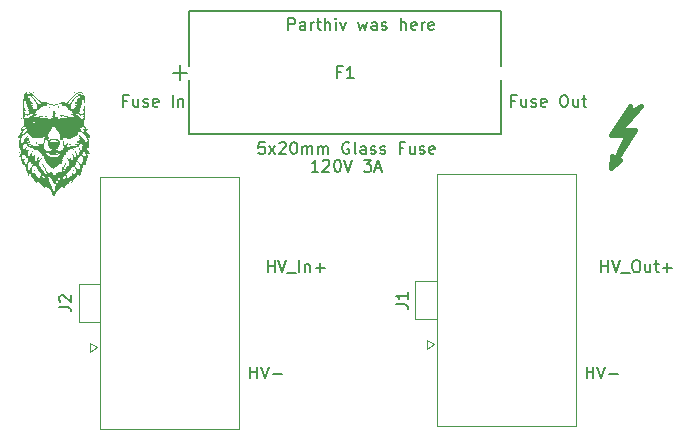
<source format=gbr>
%TF.GenerationSoftware,KiCad,Pcbnew,7.0.7*%
%TF.CreationDate,2024-03-23T19:40:35-05:00*%
%TF.ProjectId,DCDC-FusePCB,44434443-2d46-4757-9365-5043422e6b69,rev?*%
%TF.SameCoordinates,Original*%
%TF.FileFunction,Legend,Top*%
%TF.FilePolarity,Positive*%
%FSLAX46Y46*%
G04 Gerber Fmt 4.6, Leading zero omitted, Abs format (unit mm)*
G04 Created by KiCad (PCBNEW 7.0.7) date 2024-03-23 19:40:35*
%MOMM*%
%LPD*%
G01*
G04 APERTURE LIST*
%ADD10C,0.150000*%
%ADD11C,0.381000*%
%ADD12C,0.120000*%
%ADD13C,0.152400*%
G04 APERTURE END LIST*
D10*
X154020112Y-76346009D02*
X153686779Y-76346009D01*
X153686779Y-76869819D02*
X153686779Y-75869819D01*
X153686779Y-75869819D02*
X154162969Y-75869819D01*
X154972493Y-76203152D02*
X154972493Y-76869819D01*
X154543922Y-76203152D02*
X154543922Y-76726961D01*
X154543922Y-76726961D02*
X154591541Y-76822200D01*
X154591541Y-76822200D02*
X154686779Y-76869819D01*
X154686779Y-76869819D02*
X154829636Y-76869819D01*
X154829636Y-76869819D02*
X154924874Y-76822200D01*
X154924874Y-76822200D02*
X154972493Y-76774580D01*
X155401065Y-76822200D02*
X155496303Y-76869819D01*
X155496303Y-76869819D02*
X155686779Y-76869819D01*
X155686779Y-76869819D02*
X155782017Y-76822200D01*
X155782017Y-76822200D02*
X155829636Y-76726961D01*
X155829636Y-76726961D02*
X155829636Y-76679342D01*
X155829636Y-76679342D02*
X155782017Y-76584104D01*
X155782017Y-76584104D02*
X155686779Y-76536485D01*
X155686779Y-76536485D02*
X155543922Y-76536485D01*
X155543922Y-76536485D02*
X155448684Y-76488866D01*
X155448684Y-76488866D02*
X155401065Y-76393628D01*
X155401065Y-76393628D02*
X155401065Y-76346009D01*
X155401065Y-76346009D02*
X155448684Y-76250771D01*
X155448684Y-76250771D02*
X155543922Y-76203152D01*
X155543922Y-76203152D02*
X155686779Y-76203152D01*
X155686779Y-76203152D02*
X155782017Y-76250771D01*
X156639160Y-76822200D02*
X156543922Y-76869819D01*
X156543922Y-76869819D02*
X156353446Y-76869819D01*
X156353446Y-76869819D02*
X156258208Y-76822200D01*
X156258208Y-76822200D02*
X156210589Y-76726961D01*
X156210589Y-76726961D02*
X156210589Y-76346009D01*
X156210589Y-76346009D02*
X156258208Y-76250771D01*
X156258208Y-76250771D02*
X156353446Y-76203152D01*
X156353446Y-76203152D02*
X156543922Y-76203152D01*
X156543922Y-76203152D02*
X156639160Y-76250771D01*
X156639160Y-76250771D02*
X156686779Y-76346009D01*
X156686779Y-76346009D02*
X156686779Y-76441247D01*
X156686779Y-76441247D02*
X156210589Y-76536485D01*
X158067732Y-75869819D02*
X158258208Y-75869819D01*
X158258208Y-75869819D02*
X158353446Y-75917438D01*
X158353446Y-75917438D02*
X158448684Y-76012676D01*
X158448684Y-76012676D02*
X158496303Y-76203152D01*
X158496303Y-76203152D02*
X158496303Y-76536485D01*
X158496303Y-76536485D02*
X158448684Y-76726961D01*
X158448684Y-76726961D02*
X158353446Y-76822200D01*
X158353446Y-76822200D02*
X158258208Y-76869819D01*
X158258208Y-76869819D02*
X158067732Y-76869819D01*
X158067732Y-76869819D02*
X157972494Y-76822200D01*
X157972494Y-76822200D02*
X157877256Y-76726961D01*
X157877256Y-76726961D02*
X157829637Y-76536485D01*
X157829637Y-76536485D02*
X157829637Y-76203152D01*
X157829637Y-76203152D02*
X157877256Y-76012676D01*
X157877256Y-76012676D02*
X157972494Y-75917438D01*
X157972494Y-75917438D02*
X158067732Y-75869819D01*
X159353446Y-76203152D02*
X159353446Y-76869819D01*
X158924875Y-76203152D02*
X158924875Y-76726961D01*
X158924875Y-76726961D02*
X158972494Y-76822200D01*
X158972494Y-76822200D02*
X159067732Y-76869819D01*
X159067732Y-76869819D02*
X159210589Y-76869819D01*
X159210589Y-76869819D02*
X159305827Y-76822200D01*
X159305827Y-76822200D02*
X159353446Y-76774580D01*
X159686780Y-76203152D02*
X160067732Y-76203152D01*
X159829637Y-75869819D02*
X159829637Y-76726961D01*
X159829637Y-76726961D02*
X159877256Y-76822200D01*
X159877256Y-76822200D02*
X159972494Y-76869819D01*
X159972494Y-76869819D02*
X160067732Y-76869819D01*
X134836779Y-70369819D02*
X134836779Y-69369819D01*
X134836779Y-69369819D02*
X135217731Y-69369819D01*
X135217731Y-69369819D02*
X135312969Y-69417438D01*
X135312969Y-69417438D02*
X135360588Y-69465057D01*
X135360588Y-69465057D02*
X135408207Y-69560295D01*
X135408207Y-69560295D02*
X135408207Y-69703152D01*
X135408207Y-69703152D02*
X135360588Y-69798390D01*
X135360588Y-69798390D02*
X135312969Y-69846009D01*
X135312969Y-69846009D02*
X135217731Y-69893628D01*
X135217731Y-69893628D02*
X134836779Y-69893628D01*
X136265350Y-70369819D02*
X136265350Y-69846009D01*
X136265350Y-69846009D02*
X136217731Y-69750771D01*
X136217731Y-69750771D02*
X136122493Y-69703152D01*
X136122493Y-69703152D02*
X135932017Y-69703152D01*
X135932017Y-69703152D02*
X135836779Y-69750771D01*
X136265350Y-70322200D02*
X136170112Y-70369819D01*
X136170112Y-70369819D02*
X135932017Y-70369819D01*
X135932017Y-70369819D02*
X135836779Y-70322200D01*
X135836779Y-70322200D02*
X135789160Y-70226961D01*
X135789160Y-70226961D02*
X135789160Y-70131723D01*
X135789160Y-70131723D02*
X135836779Y-70036485D01*
X135836779Y-70036485D02*
X135932017Y-69988866D01*
X135932017Y-69988866D02*
X136170112Y-69988866D01*
X136170112Y-69988866D02*
X136265350Y-69941247D01*
X136741541Y-70369819D02*
X136741541Y-69703152D01*
X136741541Y-69893628D02*
X136789160Y-69798390D01*
X136789160Y-69798390D02*
X136836779Y-69750771D01*
X136836779Y-69750771D02*
X136932017Y-69703152D01*
X136932017Y-69703152D02*
X137027255Y-69703152D01*
X137217732Y-69703152D02*
X137598684Y-69703152D01*
X137360589Y-69369819D02*
X137360589Y-70226961D01*
X137360589Y-70226961D02*
X137408208Y-70322200D01*
X137408208Y-70322200D02*
X137503446Y-70369819D01*
X137503446Y-70369819D02*
X137598684Y-70369819D01*
X137932018Y-70369819D02*
X137932018Y-69369819D01*
X138360589Y-70369819D02*
X138360589Y-69846009D01*
X138360589Y-69846009D02*
X138312970Y-69750771D01*
X138312970Y-69750771D02*
X138217732Y-69703152D01*
X138217732Y-69703152D02*
X138074875Y-69703152D01*
X138074875Y-69703152D02*
X137979637Y-69750771D01*
X137979637Y-69750771D02*
X137932018Y-69798390D01*
X138836780Y-70369819D02*
X138836780Y-69703152D01*
X138836780Y-69369819D02*
X138789161Y-69417438D01*
X138789161Y-69417438D02*
X138836780Y-69465057D01*
X138836780Y-69465057D02*
X138884399Y-69417438D01*
X138884399Y-69417438D02*
X138836780Y-69369819D01*
X138836780Y-69369819D02*
X138836780Y-69465057D01*
X139217732Y-69703152D02*
X139455827Y-70369819D01*
X139455827Y-70369819D02*
X139693922Y-69703152D01*
X140741542Y-69703152D02*
X140932018Y-70369819D01*
X140932018Y-70369819D02*
X141122494Y-69893628D01*
X141122494Y-69893628D02*
X141312970Y-70369819D01*
X141312970Y-70369819D02*
X141503446Y-69703152D01*
X142312970Y-70369819D02*
X142312970Y-69846009D01*
X142312970Y-69846009D02*
X142265351Y-69750771D01*
X142265351Y-69750771D02*
X142170113Y-69703152D01*
X142170113Y-69703152D02*
X141979637Y-69703152D01*
X141979637Y-69703152D02*
X141884399Y-69750771D01*
X142312970Y-70322200D02*
X142217732Y-70369819D01*
X142217732Y-70369819D02*
X141979637Y-70369819D01*
X141979637Y-70369819D02*
X141884399Y-70322200D01*
X141884399Y-70322200D02*
X141836780Y-70226961D01*
X141836780Y-70226961D02*
X141836780Y-70131723D01*
X141836780Y-70131723D02*
X141884399Y-70036485D01*
X141884399Y-70036485D02*
X141979637Y-69988866D01*
X141979637Y-69988866D02*
X142217732Y-69988866D01*
X142217732Y-69988866D02*
X142312970Y-69941247D01*
X142741542Y-70322200D02*
X142836780Y-70369819D01*
X142836780Y-70369819D02*
X143027256Y-70369819D01*
X143027256Y-70369819D02*
X143122494Y-70322200D01*
X143122494Y-70322200D02*
X143170113Y-70226961D01*
X143170113Y-70226961D02*
X143170113Y-70179342D01*
X143170113Y-70179342D02*
X143122494Y-70084104D01*
X143122494Y-70084104D02*
X143027256Y-70036485D01*
X143027256Y-70036485D02*
X142884399Y-70036485D01*
X142884399Y-70036485D02*
X142789161Y-69988866D01*
X142789161Y-69988866D02*
X142741542Y-69893628D01*
X142741542Y-69893628D02*
X142741542Y-69846009D01*
X142741542Y-69846009D02*
X142789161Y-69750771D01*
X142789161Y-69750771D02*
X142884399Y-69703152D01*
X142884399Y-69703152D02*
X143027256Y-69703152D01*
X143027256Y-69703152D02*
X143122494Y-69750771D01*
X144360590Y-70369819D02*
X144360590Y-69369819D01*
X144789161Y-70369819D02*
X144789161Y-69846009D01*
X144789161Y-69846009D02*
X144741542Y-69750771D01*
X144741542Y-69750771D02*
X144646304Y-69703152D01*
X144646304Y-69703152D02*
X144503447Y-69703152D01*
X144503447Y-69703152D02*
X144408209Y-69750771D01*
X144408209Y-69750771D02*
X144360590Y-69798390D01*
X145646304Y-70322200D02*
X145551066Y-70369819D01*
X145551066Y-70369819D02*
X145360590Y-70369819D01*
X145360590Y-70369819D02*
X145265352Y-70322200D01*
X145265352Y-70322200D02*
X145217733Y-70226961D01*
X145217733Y-70226961D02*
X145217733Y-69846009D01*
X145217733Y-69846009D02*
X145265352Y-69750771D01*
X145265352Y-69750771D02*
X145360590Y-69703152D01*
X145360590Y-69703152D02*
X145551066Y-69703152D01*
X145551066Y-69703152D02*
X145646304Y-69750771D01*
X145646304Y-69750771D02*
X145693923Y-69846009D01*
X145693923Y-69846009D02*
X145693923Y-69941247D01*
X145693923Y-69941247D02*
X145217733Y-70036485D01*
X146122495Y-70369819D02*
X146122495Y-69703152D01*
X146122495Y-69893628D02*
X146170114Y-69798390D01*
X146170114Y-69798390D02*
X146217733Y-69750771D01*
X146217733Y-69750771D02*
X146312971Y-69703152D01*
X146312971Y-69703152D02*
X146408209Y-69703152D01*
X147122495Y-70322200D02*
X147027257Y-70369819D01*
X147027257Y-70369819D02*
X146836781Y-70369819D01*
X146836781Y-70369819D02*
X146741543Y-70322200D01*
X146741543Y-70322200D02*
X146693924Y-70226961D01*
X146693924Y-70226961D02*
X146693924Y-69846009D01*
X146693924Y-69846009D02*
X146741543Y-69750771D01*
X146741543Y-69750771D02*
X146836781Y-69703152D01*
X146836781Y-69703152D02*
X147027257Y-69703152D01*
X147027257Y-69703152D02*
X147122495Y-69750771D01*
X147122495Y-69750771D02*
X147170114Y-69846009D01*
X147170114Y-69846009D02*
X147170114Y-69941247D01*
X147170114Y-69941247D02*
X146693924Y-70036485D01*
X160086779Y-99869819D02*
X160086779Y-98869819D01*
X160086779Y-99346009D02*
X160658207Y-99346009D01*
X160658207Y-99869819D02*
X160658207Y-98869819D01*
X160991541Y-98869819D02*
X161324874Y-99869819D01*
X161324874Y-99869819D02*
X161658207Y-98869819D01*
X161991541Y-99488866D02*
X162753446Y-99488866D01*
X132812969Y-79869819D02*
X132336779Y-79869819D01*
X132336779Y-79869819D02*
X132289160Y-80346009D01*
X132289160Y-80346009D02*
X132336779Y-80298390D01*
X132336779Y-80298390D02*
X132432017Y-80250771D01*
X132432017Y-80250771D02*
X132670112Y-80250771D01*
X132670112Y-80250771D02*
X132765350Y-80298390D01*
X132765350Y-80298390D02*
X132812969Y-80346009D01*
X132812969Y-80346009D02*
X132860588Y-80441247D01*
X132860588Y-80441247D02*
X132860588Y-80679342D01*
X132860588Y-80679342D02*
X132812969Y-80774580D01*
X132812969Y-80774580D02*
X132765350Y-80822200D01*
X132765350Y-80822200D02*
X132670112Y-80869819D01*
X132670112Y-80869819D02*
X132432017Y-80869819D01*
X132432017Y-80869819D02*
X132336779Y-80822200D01*
X132336779Y-80822200D02*
X132289160Y-80774580D01*
X133193922Y-80869819D02*
X133717731Y-80203152D01*
X133193922Y-80203152D02*
X133717731Y-80869819D01*
X134051065Y-79965057D02*
X134098684Y-79917438D01*
X134098684Y-79917438D02*
X134193922Y-79869819D01*
X134193922Y-79869819D02*
X134432017Y-79869819D01*
X134432017Y-79869819D02*
X134527255Y-79917438D01*
X134527255Y-79917438D02*
X134574874Y-79965057D01*
X134574874Y-79965057D02*
X134622493Y-80060295D01*
X134622493Y-80060295D02*
X134622493Y-80155533D01*
X134622493Y-80155533D02*
X134574874Y-80298390D01*
X134574874Y-80298390D02*
X134003446Y-80869819D01*
X134003446Y-80869819D02*
X134622493Y-80869819D01*
X135241541Y-79869819D02*
X135336779Y-79869819D01*
X135336779Y-79869819D02*
X135432017Y-79917438D01*
X135432017Y-79917438D02*
X135479636Y-79965057D01*
X135479636Y-79965057D02*
X135527255Y-80060295D01*
X135527255Y-80060295D02*
X135574874Y-80250771D01*
X135574874Y-80250771D02*
X135574874Y-80488866D01*
X135574874Y-80488866D02*
X135527255Y-80679342D01*
X135527255Y-80679342D02*
X135479636Y-80774580D01*
X135479636Y-80774580D02*
X135432017Y-80822200D01*
X135432017Y-80822200D02*
X135336779Y-80869819D01*
X135336779Y-80869819D02*
X135241541Y-80869819D01*
X135241541Y-80869819D02*
X135146303Y-80822200D01*
X135146303Y-80822200D02*
X135098684Y-80774580D01*
X135098684Y-80774580D02*
X135051065Y-80679342D01*
X135051065Y-80679342D02*
X135003446Y-80488866D01*
X135003446Y-80488866D02*
X135003446Y-80250771D01*
X135003446Y-80250771D02*
X135051065Y-80060295D01*
X135051065Y-80060295D02*
X135098684Y-79965057D01*
X135098684Y-79965057D02*
X135146303Y-79917438D01*
X135146303Y-79917438D02*
X135241541Y-79869819D01*
X136003446Y-80869819D02*
X136003446Y-80203152D01*
X136003446Y-80298390D02*
X136051065Y-80250771D01*
X136051065Y-80250771D02*
X136146303Y-80203152D01*
X136146303Y-80203152D02*
X136289160Y-80203152D01*
X136289160Y-80203152D02*
X136384398Y-80250771D01*
X136384398Y-80250771D02*
X136432017Y-80346009D01*
X136432017Y-80346009D02*
X136432017Y-80869819D01*
X136432017Y-80346009D02*
X136479636Y-80250771D01*
X136479636Y-80250771D02*
X136574874Y-80203152D01*
X136574874Y-80203152D02*
X136717731Y-80203152D01*
X136717731Y-80203152D02*
X136812970Y-80250771D01*
X136812970Y-80250771D02*
X136860589Y-80346009D01*
X136860589Y-80346009D02*
X136860589Y-80869819D01*
X137336779Y-80869819D02*
X137336779Y-80203152D01*
X137336779Y-80298390D02*
X137384398Y-80250771D01*
X137384398Y-80250771D02*
X137479636Y-80203152D01*
X137479636Y-80203152D02*
X137622493Y-80203152D01*
X137622493Y-80203152D02*
X137717731Y-80250771D01*
X137717731Y-80250771D02*
X137765350Y-80346009D01*
X137765350Y-80346009D02*
X137765350Y-80869819D01*
X137765350Y-80346009D02*
X137812969Y-80250771D01*
X137812969Y-80250771D02*
X137908207Y-80203152D01*
X137908207Y-80203152D02*
X138051064Y-80203152D01*
X138051064Y-80203152D02*
X138146303Y-80250771D01*
X138146303Y-80250771D02*
X138193922Y-80346009D01*
X138193922Y-80346009D02*
X138193922Y-80869819D01*
X139955826Y-79917438D02*
X139860588Y-79869819D01*
X139860588Y-79869819D02*
X139717731Y-79869819D01*
X139717731Y-79869819D02*
X139574874Y-79917438D01*
X139574874Y-79917438D02*
X139479636Y-80012676D01*
X139479636Y-80012676D02*
X139432017Y-80107914D01*
X139432017Y-80107914D02*
X139384398Y-80298390D01*
X139384398Y-80298390D02*
X139384398Y-80441247D01*
X139384398Y-80441247D02*
X139432017Y-80631723D01*
X139432017Y-80631723D02*
X139479636Y-80726961D01*
X139479636Y-80726961D02*
X139574874Y-80822200D01*
X139574874Y-80822200D02*
X139717731Y-80869819D01*
X139717731Y-80869819D02*
X139812969Y-80869819D01*
X139812969Y-80869819D02*
X139955826Y-80822200D01*
X139955826Y-80822200D02*
X140003445Y-80774580D01*
X140003445Y-80774580D02*
X140003445Y-80441247D01*
X140003445Y-80441247D02*
X139812969Y-80441247D01*
X140574874Y-80869819D02*
X140479636Y-80822200D01*
X140479636Y-80822200D02*
X140432017Y-80726961D01*
X140432017Y-80726961D02*
X140432017Y-79869819D01*
X141384398Y-80869819D02*
X141384398Y-80346009D01*
X141384398Y-80346009D02*
X141336779Y-80250771D01*
X141336779Y-80250771D02*
X141241541Y-80203152D01*
X141241541Y-80203152D02*
X141051065Y-80203152D01*
X141051065Y-80203152D02*
X140955827Y-80250771D01*
X141384398Y-80822200D02*
X141289160Y-80869819D01*
X141289160Y-80869819D02*
X141051065Y-80869819D01*
X141051065Y-80869819D02*
X140955827Y-80822200D01*
X140955827Y-80822200D02*
X140908208Y-80726961D01*
X140908208Y-80726961D02*
X140908208Y-80631723D01*
X140908208Y-80631723D02*
X140955827Y-80536485D01*
X140955827Y-80536485D02*
X141051065Y-80488866D01*
X141051065Y-80488866D02*
X141289160Y-80488866D01*
X141289160Y-80488866D02*
X141384398Y-80441247D01*
X141812970Y-80822200D02*
X141908208Y-80869819D01*
X141908208Y-80869819D02*
X142098684Y-80869819D01*
X142098684Y-80869819D02*
X142193922Y-80822200D01*
X142193922Y-80822200D02*
X142241541Y-80726961D01*
X142241541Y-80726961D02*
X142241541Y-80679342D01*
X142241541Y-80679342D02*
X142193922Y-80584104D01*
X142193922Y-80584104D02*
X142098684Y-80536485D01*
X142098684Y-80536485D02*
X141955827Y-80536485D01*
X141955827Y-80536485D02*
X141860589Y-80488866D01*
X141860589Y-80488866D02*
X141812970Y-80393628D01*
X141812970Y-80393628D02*
X141812970Y-80346009D01*
X141812970Y-80346009D02*
X141860589Y-80250771D01*
X141860589Y-80250771D02*
X141955827Y-80203152D01*
X141955827Y-80203152D02*
X142098684Y-80203152D01*
X142098684Y-80203152D02*
X142193922Y-80250771D01*
X142622494Y-80822200D02*
X142717732Y-80869819D01*
X142717732Y-80869819D02*
X142908208Y-80869819D01*
X142908208Y-80869819D02*
X143003446Y-80822200D01*
X143003446Y-80822200D02*
X143051065Y-80726961D01*
X143051065Y-80726961D02*
X143051065Y-80679342D01*
X143051065Y-80679342D02*
X143003446Y-80584104D01*
X143003446Y-80584104D02*
X142908208Y-80536485D01*
X142908208Y-80536485D02*
X142765351Y-80536485D01*
X142765351Y-80536485D02*
X142670113Y-80488866D01*
X142670113Y-80488866D02*
X142622494Y-80393628D01*
X142622494Y-80393628D02*
X142622494Y-80346009D01*
X142622494Y-80346009D02*
X142670113Y-80250771D01*
X142670113Y-80250771D02*
X142765351Y-80203152D01*
X142765351Y-80203152D02*
X142908208Y-80203152D01*
X142908208Y-80203152D02*
X143003446Y-80250771D01*
X144574875Y-80346009D02*
X144241542Y-80346009D01*
X144241542Y-80869819D02*
X144241542Y-79869819D01*
X144241542Y-79869819D02*
X144717732Y-79869819D01*
X145527256Y-80203152D02*
X145527256Y-80869819D01*
X145098685Y-80203152D02*
X145098685Y-80726961D01*
X145098685Y-80726961D02*
X145146304Y-80822200D01*
X145146304Y-80822200D02*
X145241542Y-80869819D01*
X145241542Y-80869819D02*
X145384399Y-80869819D01*
X145384399Y-80869819D02*
X145479637Y-80822200D01*
X145479637Y-80822200D02*
X145527256Y-80774580D01*
X145955828Y-80822200D02*
X146051066Y-80869819D01*
X146051066Y-80869819D02*
X146241542Y-80869819D01*
X146241542Y-80869819D02*
X146336780Y-80822200D01*
X146336780Y-80822200D02*
X146384399Y-80726961D01*
X146384399Y-80726961D02*
X146384399Y-80679342D01*
X146384399Y-80679342D02*
X146336780Y-80584104D01*
X146336780Y-80584104D02*
X146241542Y-80536485D01*
X146241542Y-80536485D02*
X146098685Y-80536485D01*
X146098685Y-80536485D02*
X146003447Y-80488866D01*
X146003447Y-80488866D02*
X145955828Y-80393628D01*
X145955828Y-80393628D02*
X145955828Y-80346009D01*
X145955828Y-80346009D02*
X146003447Y-80250771D01*
X146003447Y-80250771D02*
X146098685Y-80203152D01*
X146098685Y-80203152D02*
X146241542Y-80203152D01*
X146241542Y-80203152D02*
X146336780Y-80250771D01*
X147193923Y-80822200D02*
X147098685Y-80869819D01*
X147098685Y-80869819D02*
X146908209Y-80869819D01*
X146908209Y-80869819D02*
X146812971Y-80822200D01*
X146812971Y-80822200D02*
X146765352Y-80726961D01*
X146765352Y-80726961D02*
X146765352Y-80346009D01*
X146765352Y-80346009D02*
X146812971Y-80250771D01*
X146812971Y-80250771D02*
X146908209Y-80203152D01*
X146908209Y-80203152D02*
X147098685Y-80203152D01*
X147098685Y-80203152D02*
X147193923Y-80250771D01*
X147193923Y-80250771D02*
X147241542Y-80346009D01*
X147241542Y-80346009D02*
X147241542Y-80441247D01*
X147241542Y-80441247D02*
X146765352Y-80536485D01*
X137360588Y-82369819D02*
X136789160Y-82369819D01*
X137074874Y-82369819D02*
X137074874Y-81369819D01*
X137074874Y-81369819D02*
X136979636Y-81512676D01*
X136979636Y-81512676D02*
X136884398Y-81607914D01*
X136884398Y-81607914D02*
X136789160Y-81655533D01*
X137741541Y-81465057D02*
X137789160Y-81417438D01*
X137789160Y-81417438D02*
X137884398Y-81369819D01*
X137884398Y-81369819D02*
X138122493Y-81369819D01*
X138122493Y-81369819D02*
X138217731Y-81417438D01*
X138217731Y-81417438D02*
X138265350Y-81465057D01*
X138265350Y-81465057D02*
X138312969Y-81560295D01*
X138312969Y-81560295D02*
X138312969Y-81655533D01*
X138312969Y-81655533D02*
X138265350Y-81798390D01*
X138265350Y-81798390D02*
X137693922Y-82369819D01*
X137693922Y-82369819D02*
X138312969Y-82369819D01*
X138932017Y-81369819D02*
X139027255Y-81369819D01*
X139027255Y-81369819D02*
X139122493Y-81417438D01*
X139122493Y-81417438D02*
X139170112Y-81465057D01*
X139170112Y-81465057D02*
X139217731Y-81560295D01*
X139217731Y-81560295D02*
X139265350Y-81750771D01*
X139265350Y-81750771D02*
X139265350Y-81988866D01*
X139265350Y-81988866D02*
X139217731Y-82179342D01*
X139217731Y-82179342D02*
X139170112Y-82274580D01*
X139170112Y-82274580D02*
X139122493Y-82322200D01*
X139122493Y-82322200D02*
X139027255Y-82369819D01*
X139027255Y-82369819D02*
X138932017Y-82369819D01*
X138932017Y-82369819D02*
X138836779Y-82322200D01*
X138836779Y-82322200D02*
X138789160Y-82274580D01*
X138789160Y-82274580D02*
X138741541Y-82179342D01*
X138741541Y-82179342D02*
X138693922Y-81988866D01*
X138693922Y-81988866D02*
X138693922Y-81750771D01*
X138693922Y-81750771D02*
X138741541Y-81560295D01*
X138741541Y-81560295D02*
X138789160Y-81465057D01*
X138789160Y-81465057D02*
X138836779Y-81417438D01*
X138836779Y-81417438D02*
X138932017Y-81369819D01*
X139551065Y-81369819D02*
X139884398Y-82369819D01*
X139884398Y-82369819D02*
X140217731Y-81369819D01*
X141217732Y-81369819D02*
X141836779Y-81369819D01*
X141836779Y-81369819D02*
X141503446Y-81750771D01*
X141503446Y-81750771D02*
X141646303Y-81750771D01*
X141646303Y-81750771D02*
X141741541Y-81798390D01*
X141741541Y-81798390D02*
X141789160Y-81846009D01*
X141789160Y-81846009D02*
X141836779Y-81941247D01*
X141836779Y-81941247D02*
X141836779Y-82179342D01*
X141836779Y-82179342D02*
X141789160Y-82274580D01*
X141789160Y-82274580D02*
X141741541Y-82322200D01*
X141741541Y-82322200D02*
X141646303Y-82369819D01*
X141646303Y-82369819D02*
X141360589Y-82369819D01*
X141360589Y-82369819D02*
X141265351Y-82322200D01*
X141265351Y-82322200D02*
X141217732Y-82274580D01*
X142217732Y-82084104D02*
X142693922Y-82084104D01*
X142122494Y-82369819D02*
X142455827Y-81369819D01*
X142455827Y-81369819D02*
X142789160Y-82369819D01*
X121170112Y-76346009D02*
X120836779Y-76346009D01*
X120836779Y-76869819D02*
X120836779Y-75869819D01*
X120836779Y-75869819D02*
X121312969Y-75869819D01*
X122122493Y-76203152D02*
X122122493Y-76869819D01*
X121693922Y-76203152D02*
X121693922Y-76726961D01*
X121693922Y-76726961D02*
X121741541Y-76822200D01*
X121741541Y-76822200D02*
X121836779Y-76869819D01*
X121836779Y-76869819D02*
X121979636Y-76869819D01*
X121979636Y-76869819D02*
X122074874Y-76822200D01*
X122074874Y-76822200D02*
X122122493Y-76774580D01*
X122551065Y-76822200D02*
X122646303Y-76869819D01*
X122646303Y-76869819D02*
X122836779Y-76869819D01*
X122836779Y-76869819D02*
X122932017Y-76822200D01*
X122932017Y-76822200D02*
X122979636Y-76726961D01*
X122979636Y-76726961D02*
X122979636Y-76679342D01*
X122979636Y-76679342D02*
X122932017Y-76584104D01*
X122932017Y-76584104D02*
X122836779Y-76536485D01*
X122836779Y-76536485D02*
X122693922Y-76536485D01*
X122693922Y-76536485D02*
X122598684Y-76488866D01*
X122598684Y-76488866D02*
X122551065Y-76393628D01*
X122551065Y-76393628D02*
X122551065Y-76346009D01*
X122551065Y-76346009D02*
X122598684Y-76250771D01*
X122598684Y-76250771D02*
X122693922Y-76203152D01*
X122693922Y-76203152D02*
X122836779Y-76203152D01*
X122836779Y-76203152D02*
X122932017Y-76250771D01*
X123789160Y-76822200D02*
X123693922Y-76869819D01*
X123693922Y-76869819D02*
X123503446Y-76869819D01*
X123503446Y-76869819D02*
X123408208Y-76822200D01*
X123408208Y-76822200D02*
X123360589Y-76726961D01*
X123360589Y-76726961D02*
X123360589Y-76346009D01*
X123360589Y-76346009D02*
X123408208Y-76250771D01*
X123408208Y-76250771D02*
X123503446Y-76203152D01*
X123503446Y-76203152D02*
X123693922Y-76203152D01*
X123693922Y-76203152D02*
X123789160Y-76250771D01*
X123789160Y-76250771D02*
X123836779Y-76346009D01*
X123836779Y-76346009D02*
X123836779Y-76441247D01*
X123836779Y-76441247D02*
X123360589Y-76536485D01*
X125027256Y-76869819D02*
X125027256Y-75869819D01*
X125503446Y-76203152D02*
X125503446Y-76869819D01*
X125503446Y-76298390D02*
X125551065Y-76250771D01*
X125551065Y-76250771D02*
X125646303Y-76203152D01*
X125646303Y-76203152D02*
X125789160Y-76203152D01*
X125789160Y-76203152D02*
X125884398Y-76250771D01*
X125884398Y-76250771D02*
X125932017Y-76346009D01*
X125932017Y-76346009D02*
X125932017Y-76869819D01*
X133086779Y-90869819D02*
X133086779Y-89869819D01*
X133086779Y-90346009D02*
X133658207Y-90346009D01*
X133658207Y-90869819D02*
X133658207Y-89869819D01*
X133991541Y-89869819D02*
X134324874Y-90869819D01*
X134324874Y-90869819D02*
X134658207Y-89869819D01*
X134753446Y-90965057D02*
X135515350Y-90965057D01*
X135753446Y-90869819D02*
X135753446Y-89869819D01*
X136229636Y-90203152D02*
X136229636Y-90869819D01*
X136229636Y-90298390D02*
X136277255Y-90250771D01*
X136277255Y-90250771D02*
X136372493Y-90203152D01*
X136372493Y-90203152D02*
X136515350Y-90203152D01*
X136515350Y-90203152D02*
X136610588Y-90250771D01*
X136610588Y-90250771D02*
X136658207Y-90346009D01*
X136658207Y-90346009D02*
X136658207Y-90869819D01*
X137134398Y-90488866D02*
X137896303Y-90488866D01*
X137515350Y-90869819D02*
X137515350Y-90107914D01*
X131586779Y-99869819D02*
X131586779Y-98869819D01*
X131586779Y-99346009D02*
X132158207Y-99346009D01*
X132158207Y-99869819D02*
X132158207Y-98869819D01*
X132491541Y-98869819D02*
X132824874Y-99869819D01*
X132824874Y-99869819D02*
X133158207Y-98869819D01*
X133491541Y-99488866D02*
X134253446Y-99488866D01*
X161336779Y-90869819D02*
X161336779Y-89869819D01*
X161336779Y-90346009D02*
X161908207Y-90346009D01*
X161908207Y-90869819D02*
X161908207Y-89869819D01*
X162241541Y-89869819D02*
X162574874Y-90869819D01*
X162574874Y-90869819D02*
X162908207Y-89869819D01*
X163003446Y-90965057D02*
X163765350Y-90965057D01*
X164193922Y-89869819D02*
X164384398Y-89869819D01*
X164384398Y-89869819D02*
X164479636Y-89917438D01*
X164479636Y-89917438D02*
X164574874Y-90012676D01*
X164574874Y-90012676D02*
X164622493Y-90203152D01*
X164622493Y-90203152D02*
X164622493Y-90536485D01*
X164622493Y-90536485D02*
X164574874Y-90726961D01*
X164574874Y-90726961D02*
X164479636Y-90822200D01*
X164479636Y-90822200D02*
X164384398Y-90869819D01*
X164384398Y-90869819D02*
X164193922Y-90869819D01*
X164193922Y-90869819D02*
X164098684Y-90822200D01*
X164098684Y-90822200D02*
X164003446Y-90726961D01*
X164003446Y-90726961D02*
X163955827Y-90536485D01*
X163955827Y-90536485D02*
X163955827Y-90203152D01*
X163955827Y-90203152D02*
X164003446Y-90012676D01*
X164003446Y-90012676D02*
X164098684Y-89917438D01*
X164098684Y-89917438D02*
X164193922Y-89869819D01*
X165479636Y-90203152D02*
X165479636Y-90869819D01*
X165051065Y-90203152D02*
X165051065Y-90726961D01*
X165051065Y-90726961D02*
X165098684Y-90822200D01*
X165098684Y-90822200D02*
X165193922Y-90869819D01*
X165193922Y-90869819D02*
X165336779Y-90869819D01*
X165336779Y-90869819D02*
X165432017Y-90822200D01*
X165432017Y-90822200D02*
X165479636Y-90774580D01*
X165812970Y-90203152D02*
X166193922Y-90203152D01*
X165955827Y-89869819D02*
X165955827Y-90726961D01*
X165955827Y-90726961D02*
X166003446Y-90822200D01*
X166003446Y-90822200D02*
X166098684Y-90869819D01*
X166098684Y-90869819D02*
X166193922Y-90869819D01*
X166527256Y-90488866D02*
X167289161Y-90488866D01*
X166908208Y-90869819D02*
X166908208Y-90107914D01*
X115434819Y-93818333D02*
X116149104Y-93818333D01*
X116149104Y-93818333D02*
X116291961Y-93865952D01*
X116291961Y-93865952D02*
X116387200Y-93961190D01*
X116387200Y-93961190D02*
X116434819Y-94104047D01*
X116434819Y-94104047D02*
X116434819Y-94199285D01*
X115530057Y-93389761D02*
X115482438Y-93342142D01*
X115482438Y-93342142D02*
X115434819Y-93246904D01*
X115434819Y-93246904D02*
X115434819Y-93008809D01*
X115434819Y-93008809D02*
X115482438Y-92913571D01*
X115482438Y-92913571D02*
X115530057Y-92865952D01*
X115530057Y-92865952D02*
X115625295Y-92818333D01*
X115625295Y-92818333D02*
X115720533Y-92818333D01*
X115720533Y-92818333D02*
X115863390Y-92865952D01*
X115863390Y-92865952D02*
X116434819Y-93437380D01*
X116434819Y-93437380D02*
X116434819Y-92818333D01*
X139301666Y-73931009D02*
X138968333Y-73931009D01*
X138968333Y-74454819D02*
X138968333Y-73454819D01*
X138968333Y-73454819D02*
X139444523Y-73454819D01*
X140349285Y-74454819D02*
X139777857Y-74454819D01*
X140063571Y-74454819D02*
X140063571Y-73454819D01*
X140063571Y-73454819D02*
X139968333Y-73597676D01*
X139968333Y-73597676D02*
X139873095Y-73692914D01*
X139873095Y-73692914D02*
X139777857Y-73740533D01*
X143934819Y-93573333D02*
X144649104Y-93573333D01*
X144649104Y-93573333D02*
X144791961Y-93620952D01*
X144791961Y-93620952D02*
X144887200Y-93716190D01*
X144887200Y-93716190D02*
X144934819Y-93859047D01*
X144934819Y-93859047D02*
X144934819Y-93954285D01*
X144934819Y-92573333D02*
X144934819Y-93144761D01*
X144934819Y-92859047D02*
X143934819Y-92859047D01*
X143934819Y-92859047D02*
X144077676Y-92954285D01*
X144077676Y-92954285D02*
X144172914Y-93049523D01*
X144172914Y-93049523D02*
X144220533Y-93144761D01*
%TO.C,G\u002A\u002A\u002A*%
G36*
X111920000Y-81220000D02*
G01*
X111900000Y-81240000D01*
X111880000Y-81220000D01*
X111900000Y-81200000D01*
X111920000Y-81220000D01*
G37*
G36*
X112080000Y-80740000D02*
G01*
X112060000Y-80760000D01*
X112040000Y-80740000D01*
X112060000Y-80720000D01*
X112080000Y-80740000D01*
G37*
G36*
X112240000Y-77860000D02*
G01*
X112220000Y-77880000D01*
X112200000Y-77860000D01*
X112220000Y-77840000D01*
X112240000Y-77860000D01*
G37*
G36*
X112240000Y-78180000D02*
G01*
X112220000Y-78200000D01*
X112200000Y-78180000D01*
X112220000Y-78160000D01*
X112240000Y-78180000D01*
G37*
G36*
X112280000Y-81940000D02*
G01*
X112260000Y-81960000D01*
X112240000Y-81940000D01*
X112260000Y-81920000D01*
X112280000Y-81940000D01*
G37*
G36*
X112440000Y-81980000D02*
G01*
X112420000Y-82000000D01*
X112400000Y-81980000D01*
X112420000Y-81960000D01*
X112440000Y-81980000D01*
G37*
G36*
X113280000Y-78180000D02*
G01*
X113260000Y-78200000D01*
X113240000Y-78180000D01*
X113260000Y-78160000D01*
X113280000Y-78180000D01*
G37*
G36*
X114280000Y-80260000D02*
G01*
X114260000Y-80280000D01*
X114240000Y-80260000D01*
X114260000Y-80240000D01*
X114280000Y-80260000D01*
G37*
G36*
X114360000Y-80180000D02*
G01*
X114340000Y-80200000D01*
X114320000Y-80180000D01*
X114340000Y-80160000D01*
X114360000Y-80180000D01*
G37*
G36*
X114360000Y-80460000D02*
G01*
X114340000Y-80480000D01*
X114320000Y-80460000D01*
X114340000Y-80440000D01*
X114360000Y-80460000D01*
G37*
G36*
X114880000Y-77500000D02*
G01*
X114860000Y-77520000D01*
X114840000Y-77500000D01*
X114860000Y-77480000D01*
X114880000Y-77500000D01*
G37*
G36*
X115120000Y-77700000D02*
G01*
X115100000Y-77720000D01*
X115080000Y-77700000D01*
X115100000Y-77680000D01*
X115120000Y-77700000D01*
G37*
G36*
X115400000Y-84060000D02*
G01*
X115380000Y-84080000D01*
X115360000Y-84060000D01*
X115380000Y-84040000D01*
X115400000Y-84060000D01*
G37*
G36*
X115520000Y-77660000D02*
G01*
X115500000Y-77680000D01*
X115480000Y-77660000D01*
X115500000Y-77640000D01*
X115520000Y-77660000D01*
G37*
G36*
X115680000Y-80140000D02*
G01*
X115660000Y-80160000D01*
X115640000Y-80140000D01*
X115660000Y-80120000D01*
X115680000Y-80140000D01*
G37*
G36*
X115680000Y-80260000D02*
G01*
X115660000Y-80280000D01*
X115640000Y-80260000D01*
X115660000Y-80240000D01*
X115680000Y-80260000D01*
G37*
G36*
X115680000Y-80420000D02*
G01*
X115660000Y-80440000D01*
X115640000Y-80420000D01*
X115660000Y-80400000D01*
X115680000Y-80420000D01*
G37*
G36*
X115760000Y-80340000D02*
G01*
X115740000Y-80360000D01*
X115720000Y-80340000D01*
X115740000Y-80320000D01*
X115760000Y-80340000D01*
G37*
G36*
X116240000Y-80180000D02*
G01*
X116220000Y-80200000D01*
X116200000Y-80180000D01*
X116220000Y-80160000D01*
X116240000Y-80180000D01*
G37*
G36*
X116520000Y-80500000D02*
G01*
X116500000Y-80520000D01*
X116480000Y-80500000D01*
X116500000Y-80480000D01*
X116520000Y-80500000D01*
G37*
G36*
X116520000Y-83500000D02*
G01*
X116500000Y-83520000D01*
X116480000Y-83500000D01*
X116500000Y-83480000D01*
X116520000Y-83500000D01*
G37*
G36*
X116760000Y-75660000D02*
G01*
X116740000Y-75680000D01*
X116720000Y-75660000D01*
X116740000Y-75640000D01*
X116760000Y-75660000D01*
G37*
G36*
X117200000Y-76020000D02*
G01*
X117180000Y-76040000D01*
X117160000Y-76020000D01*
X117180000Y-76000000D01*
X117200000Y-76020000D01*
G37*
G36*
X117240000Y-81420000D02*
G01*
X117220000Y-81440000D01*
X117200000Y-81420000D01*
X117220000Y-81400000D01*
X117240000Y-81420000D01*
G37*
G36*
X117360000Y-77700000D02*
G01*
X117340000Y-77720000D01*
X117320000Y-77700000D01*
X117340000Y-77680000D01*
X117360000Y-77700000D01*
G37*
G36*
X112706666Y-77693333D02*
G01*
X112701175Y-77717113D01*
X112680000Y-77720000D01*
X112647075Y-77705364D01*
X112653333Y-77693333D01*
X112700803Y-77688546D01*
X112706666Y-77693333D01*
G37*
G36*
X114226666Y-79973333D02*
G01*
X114231453Y-80020803D01*
X114226666Y-80026666D01*
X114202886Y-80021175D01*
X114200000Y-80000000D01*
X114214635Y-79967075D01*
X114226666Y-79973333D01*
G37*
G36*
X114546666Y-76933333D02*
G01*
X114551453Y-76980803D01*
X114546666Y-76986666D01*
X114522886Y-76981175D01*
X114520000Y-76960000D01*
X114534635Y-76927075D01*
X114546666Y-76933333D01*
G37*
G36*
X117986666Y-80493333D02*
G01*
X117991453Y-80540803D01*
X117986666Y-80546666D01*
X117962886Y-80541175D01*
X117960000Y-80520000D01*
X117974635Y-80487075D01*
X117986666Y-80493333D01*
G37*
G36*
X113273819Y-75656180D02*
G01*
X113316424Y-75693363D01*
X113320000Y-75702360D01*
X113301016Y-75718801D01*
X113261494Y-75681962D01*
X113256180Y-75673819D01*
X113251465Y-75646447D01*
X113273819Y-75656180D01*
G37*
G36*
X115136711Y-77395104D02*
G01*
X115131604Y-77439944D01*
X115105008Y-77509266D01*
X115085127Y-77508378D01*
X115080000Y-77462360D01*
X115101968Y-77395841D01*
X115116269Y-77382305D01*
X115136711Y-77395104D01*
G37*
G36*
X116422694Y-79731229D02*
G01*
X116463148Y-79769047D01*
X116510826Y-79827567D01*
X116516104Y-79857228D01*
X116484456Y-79842302D01*
X116444015Y-79788180D01*
X116409858Y-79728157D01*
X116422694Y-79731229D01*
G37*
G36*
X113388050Y-82220382D02*
G01*
X113358834Y-82284796D01*
X113317282Y-82319795D01*
X113314313Y-82320000D01*
X113301740Y-82291015D01*
X113321833Y-82236574D01*
X113362188Y-82179213D01*
X113384182Y-82170849D01*
X113388050Y-82220382D01*
G37*
G36*
X114625790Y-76885122D02*
G01*
X114632644Y-76899830D01*
X114654876Y-76971764D01*
X114643807Y-77000000D01*
X114608040Y-76966471D01*
X114586251Y-76911746D01*
X114571730Y-76829051D01*
X114586726Y-76819710D01*
X114625790Y-76885122D01*
G37*
G36*
X116147450Y-83625837D02*
G01*
X116140000Y-83640000D01*
X116102311Y-83678200D01*
X116095278Y-83680000D01*
X116092549Y-83654162D01*
X116100000Y-83640000D01*
X116137688Y-83601799D01*
X116144721Y-83600000D01*
X116147450Y-83625837D01*
G37*
G36*
X116307450Y-80025837D02*
G01*
X116300000Y-80040000D01*
X116262311Y-80078200D01*
X116255278Y-80080000D01*
X116252549Y-80054162D01*
X116260000Y-80040000D01*
X116297688Y-80001799D01*
X116304721Y-80000000D01*
X116307450Y-80025837D01*
G37*
G36*
X116427450Y-80025837D02*
G01*
X116420000Y-80040000D01*
X116382311Y-80078200D01*
X116375278Y-80080000D01*
X116372549Y-80054162D01*
X116380000Y-80040000D01*
X116417688Y-80001799D01*
X116424721Y-80000000D01*
X116427450Y-80025837D01*
G37*
G36*
X116641948Y-82225833D02*
G01*
X116699416Y-82299158D01*
X116714722Y-82354923D01*
X116714722Y-82354925D01*
X116688743Y-82352864D01*
X116642260Y-82294323D01*
X116627226Y-82269092D01*
X116554452Y-82140000D01*
X116641948Y-82225833D01*
G37*
G36*
X113536683Y-79795132D02*
G01*
X113531548Y-79840157D01*
X113536389Y-79934070D01*
X113560176Y-79980213D01*
X113593809Y-80032118D01*
X113574216Y-80031737D01*
X113528000Y-79992000D01*
X113487034Y-79914557D01*
X113485707Y-79829468D01*
X113516269Y-79782305D01*
X113536683Y-79795132D01*
G37*
G36*
X115416674Y-76829200D02*
G01*
X115406751Y-76894007D01*
X115375232Y-76960226D01*
X115348374Y-76987185D01*
X115323705Y-76983193D01*
X115333202Y-76943290D01*
X115356267Y-76865095D01*
X115360000Y-76836728D01*
X115389691Y-76800607D01*
X115396255Y-76800000D01*
X115416674Y-76829200D01*
G37*
G36*
X114985823Y-78636310D02*
G01*
X114996694Y-78730804D01*
X115000000Y-78840000D01*
X114996637Y-78992563D01*
X114987981Y-79065476D01*
X114976184Y-79058744D01*
X114963395Y-78972368D01*
X114953552Y-78839927D01*
X114950943Y-78713507D01*
X114957805Y-78626561D01*
X114970000Y-78599927D01*
X114985823Y-78636310D01*
G37*
G36*
X112916201Y-75633086D02*
G01*
X113078323Y-75726325D01*
X113252505Y-75870691D01*
X113340000Y-75959521D01*
X113428514Y-76046313D01*
X113556204Y-76160657D01*
X113698976Y-76281152D01*
X113734411Y-76309895D01*
X113872892Y-76417063D01*
X113963768Y-76475711D01*
X114018081Y-76491728D01*
X114044411Y-76475223D01*
X114083114Y-76442312D01*
X114111173Y-76468078D01*
X114172907Y-76497976D01*
X114285207Y-76498436D01*
X114286446Y-76498284D01*
X114418829Y-76502592D01*
X114480170Y-76540205D01*
X114554454Y-76584123D01*
X114646884Y-76600000D01*
X114772318Y-76619311D01*
X114872844Y-76656299D01*
X114964409Y-76691304D01*
X115041612Y-76677578D01*
X115080858Y-76657717D01*
X115197324Y-76615860D01*
X115301099Y-76601417D01*
X115422385Y-76578859D01*
X115512954Y-76536432D01*
X115600784Y-76496965D01*
X115664752Y-76496288D01*
X115745855Y-76497121D01*
X115810985Y-76474120D01*
X115881638Y-76448543D01*
X115911421Y-76474264D01*
X115936298Y-76509906D01*
X115981561Y-76510105D01*
X116054896Y-76469991D01*
X116163992Y-76384695D01*
X116316536Y-76249348D01*
X116424271Y-76149439D01*
X116630836Y-75957965D01*
X116790659Y-75815940D01*
X116913860Y-75716546D01*
X117010564Y-75652962D01*
X117090893Y-75618370D01*
X117164970Y-75605948D01*
X117228602Y-75607561D01*
X117331885Y-75627358D01*
X117402514Y-75679856D01*
X117465793Y-75776993D01*
X117522246Y-75906742D01*
X117572920Y-76071293D01*
X117596080Y-76176993D01*
X117621566Y-76376218D01*
X117638099Y-76618525D01*
X117645985Y-76886559D01*
X117645529Y-77162964D01*
X117637036Y-77430387D01*
X117620812Y-77671472D01*
X117597162Y-77868865D01*
X117566391Y-78005211D01*
X117563788Y-78012536D01*
X117545622Y-78104729D01*
X117550618Y-78154626D01*
X117539524Y-78221387D01*
X117519896Y-78240064D01*
X117506783Y-78290063D01*
X117533595Y-78380621D01*
X117588859Y-78490986D01*
X117661107Y-78600410D01*
X117738865Y-78688142D01*
X117787401Y-78723961D01*
X117887245Y-78777396D01*
X117803622Y-78845109D01*
X117741023Y-78911210D01*
X117720000Y-78958316D01*
X117746517Y-79007857D01*
X117815975Y-79093678D01*
X117911533Y-79195342D01*
X118014020Y-79304023D01*
X118062424Y-79374438D01*
X118064313Y-79419306D01*
X118053221Y-79433437D01*
X117974474Y-79475079D01*
X117941688Y-79480000D01*
X117895218Y-79484410D01*
X117884467Y-79512044D01*
X117906673Y-79584508D01*
X117922836Y-79627396D01*
X117951784Y-79746179D01*
X117963204Y-79888706D01*
X117959178Y-80037116D01*
X117941787Y-80173549D01*
X117913113Y-80280145D01*
X117875238Y-80339045D01*
X117839792Y-80339871D01*
X117794041Y-80348508D01*
X117775319Y-80377773D01*
X117781219Y-80455501D01*
X117831928Y-80563797D01*
X117914645Y-80677722D01*
X117947336Y-80712857D01*
X117997057Y-80785788D01*
X117979488Y-80826462D01*
X117902492Y-80824199D01*
X117838874Y-80814197D01*
X117817340Y-80841651D01*
X117825486Y-80925900D01*
X117827840Y-80940566D01*
X117826609Y-81084716D01*
X117788175Y-81281540D01*
X117763118Y-81370702D01*
X117701087Y-81571721D01*
X117655354Y-81706231D01*
X117620530Y-81784723D01*
X117591223Y-81817693D01*
X117562042Y-81815634D01*
X117541792Y-81801487D01*
X117491517Y-81783914D01*
X117448014Y-81826474D01*
X117407829Y-81935622D01*
X117367510Y-82117810D01*
X117364828Y-82132191D01*
X117331362Y-82277162D01*
X117287542Y-82418571D01*
X117238712Y-82546355D01*
X117190215Y-82650453D01*
X117147393Y-82720804D01*
X117115591Y-82747345D01*
X117100151Y-82720014D01*
X117106417Y-82628751D01*
X117108612Y-82614677D01*
X117117654Y-82535378D01*
X117109273Y-82499273D01*
X117078590Y-82510944D01*
X117020722Y-82574969D01*
X116930787Y-82695928D01*
X116803904Y-82878400D01*
X116761910Y-82939937D01*
X116620683Y-83141793D01*
X116516900Y-83277635D01*
X116451262Y-83346782D01*
X116424471Y-83348551D01*
X116437229Y-83282260D01*
X116451667Y-83241526D01*
X116472823Y-83149678D01*
X116463326Y-83092825D01*
X116431638Y-83086632D01*
X116393283Y-83133422D01*
X116348879Y-83189636D01*
X116263178Y-83281854D01*
X116151795Y-83394870D01*
X116030349Y-83513481D01*
X115914456Y-83622480D01*
X115819735Y-83706665D01*
X115761803Y-83750829D01*
X115756548Y-83753333D01*
X115729677Y-83729663D01*
X115720000Y-83663333D01*
X115706546Y-83579421D01*
X115671674Y-83568603D01*
X115623618Y-83629667D01*
X115599577Y-83681021D01*
X115548297Y-83766357D01*
X115488348Y-83782252D01*
X115479625Y-83779881D01*
X115420082Y-83799472D01*
X115341266Y-83876681D01*
X115254789Y-83995329D01*
X115172262Y-84139237D01*
X115105297Y-84292224D01*
X115098859Y-84310424D01*
X115057337Y-84407890D01*
X115017720Y-84465331D01*
X115010051Y-84469982D01*
X114976877Y-84442197D01*
X114918393Y-84357063D01*
X114844058Y-84229284D01*
X114792259Y-84131382D01*
X114695131Y-83954089D01*
X114615498Y-83835120D01*
X114558398Y-83781753D01*
X114548528Y-83779514D01*
X114480447Y-83753075D01*
X114390412Y-83687876D01*
X114365006Y-83664796D01*
X114245772Y-83550563D01*
X114232886Y-83673782D01*
X114220000Y-83797001D01*
X113940000Y-83526253D01*
X113809804Y-83397477D01*
X113694718Y-83278466D01*
X113611976Y-83187272D01*
X113588126Y-83157752D01*
X113516252Y-83060000D01*
X113536138Y-83213248D01*
X113544075Y-83308534D01*
X113531123Y-83338083D01*
X113503768Y-83323127D01*
X113455890Y-83269649D01*
X113381307Y-83171715D01*
X113292369Y-83047356D01*
X113201422Y-82914608D01*
X113120815Y-82791503D01*
X113062897Y-82696075D01*
X113040016Y-82646358D01*
X113040000Y-82645834D01*
X113013739Y-82592769D01*
X112957205Y-82545262D01*
X112903766Y-82528593D01*
X112892535Y-82534130D01*
X112888492Y-82585032D01*
X112912644Y-82659830D01*
X112936120Y-82737468D01*
X112917970Y-82758937D01*
X112870968Y-82726727D01*
X112807891Y-82643324D01*
X112805180Y-82638903D01*
X112760589Y-82543531D01*
X112707453Y-82397593D01*
X112655480Y-82228413D01*
X112654266Y-82223958D01*
X113115328Y-82223958D01*
X113147321Y-82431206D01*
X113223222Y-82620000D01*
X113273142Y-82712934D01*
X113300265Y-82754211D01*
X113300055Y-82740000D01*
X113274409Y-82640399D01*
X113254776Y-82540000D01*
X113243130Y-82459488D01*
X113252465Y-82452472D01*
X113290779Y-82513511D01*
X113291623Y-82514929D01*
X113348091Y-82609859D01*
X113380111Y-82514929D01*
X113402951Y-82455185D01*
X113415856Y-82463694D01*
X113428092Y-82543185D01*
X113462178Y-82640775D01*
X113533703Y-82765052D01*
X113602026Y-82857540D01*
X113684933Y-82962401D01*
X113742139Y-83043417D01*
X113760000Y-83078960D01*
X113781845Y-83125886D01*
X113832824Y-83200556D01*
X113891097Y-83273999D01*
X113934826Y-83317243D01*
X113941697Y-83320000D01*
X113931367Y-83290737D01*
X113886862Y-83216796D01*
X113858794Y-83174418D01*
X113785865Y-83048355D01*
X113761468Y-82960807D01*
X113787805Y-82921301D01*
X113800000Y-82920000D01*
X113825201Y-82884548D01*
X113839069Y-82796136D01*
X113840000Y-82762360D01*
X113850053Y-82649392D01*
X113874771Y-82587779D01*
X113905985Y-82586994D01*
X113934582Y-82652657D01*
X113969506Y-82717517D01*
X114036176Y-82795733D01*
X114117576Y-82872671D01*
X114196690Y-82933695D01*
X114256503Y-82964172D01*
X114280000Y-82949731D01*
X114253118Y-82891932D01*
X114184853Y-82806334D01*
X114140000Y-82760000D01*
X114058016Y-82672028D01*
X114007623Y-82601558D01*
X114000000Y-82579675D01*
X113969957Y-82525763D01*
X113898305Y-82461005D01*
X113812756Y-82405052D01*
X113741025Y-82377554D01*
X113719143Y-82380529D01*
X113685182Y-82371497D01*
X113680000Y-82345189D01*
X113658940Y-82284375D01*
X113603445Y-82179613D01*
X113525034Y-82052439D01*
X113516173Y-82039011D01*
X113352346Y-81792365D01*
X113236173Y-81903666D01*
X113145018Y-82044098D01*
X113115328Y-82223958D01*
X112654266Y-82223958D01*
X112642610Y-82181179D01*
X112579061Y-81971902D01*
X112529872Y-81860000D01*
X112680000Y-81860000D01*
X112700000Y-81880000D01*
X112720000Y-81860000D01*
X112700000Y-81840000D01*
X112680000Y-81860000D01*
X112529872Y-81860000D01*
X112518473Y-81834069D01*
X112462425Y-81770184D01*
X112412497Y-81782749D01*
X112400990Y-81798396D01*
X112364413Y-81811460D01*
X112320771Y-81760883D01*
X112276586Y-81661864D01*
X112238381Y-81529601D01*
X112236841Y-81520597D01*
X112483979Y-81520597D01*
X112515898Y-81559483D01*
X112522080Y-81560000D01*
X112562377Y-81593828D01*
X112604572Y-81676357D01*
X112608497Y-81687182D01*
X112652833Y-81814365D01*
X112699433Y-81657182D01*
X112714087Y-81613598D01*
X112750345Y-81613598D01*
X112776977Y-81873538D01*
X112793480Y-82011849D01*
X112810395Y-82117491D01*
X112823085Y-82164992D01*
X112869846Y-82182007D01*
X112928677Y-82156210D01*
X112959874Y-82105771D01*
X112960000Y-82102332D01*
X112987678Y-82046387D01*
X113056490Y-81968203D01*
X113080000Y-81946303D01*
X113161793Y-81855775D01*
X113194689Y-81756194D01*
X113198398Y-81669691D01*
X113196796Y-81500000D01*
X113128398Y-81620000D01*
X113060000Y-81740000D01*
X113047745Y-81592679D01*
X113035490Y-81445358D01*
X112892917Y-81529478D01*
X112750345Y-81613598D01*
X112714087Y-81613598D01*
X112740859Y-81533974D01*
X112783345Y-81431412D01*
X112790446Y-81417432D01*
X112811266Y-81347330D01*
X112808458Y-81340000D01*
X112880000Y-81340000D01*
X112900000Y-81360000D01*
X112920000Y-81340000D01*
X112900000Y-81320000D01*
X112880000Y-81340000D01*
X112808458Y-81340000D01*
X112783337Y-81274413D01*
X112744418Y-81221442D01*
X112653978Y-81108019D01*
X112566989Y-81230184D01*
X112512775Y-81332072D01*
X112484021Y-81436835D01*
X112483979Y-81520597D01*
X112236841Y-81520597D01*
X112212677Y-81379292D01*
X112210063Y-81353514D01*
X112195148Y-81222236D01*
X112174694Y-81152097D01*
X112140290Y-81125022D01*
X112295840Y-81125022D01*
X112317626Y-81294126D01*
X112325649Y-81323082D01*
X112357619Y-81424881D01*
X112376860Y-81457073D01*
X112393286Y-81426781D01*
X112406101Y-81380882D01*
X112457706Y-81264921D01*
X112515997Y-81184260D01*
X112596116Y-81098977D01*
X112513450Y-80968415D01*
X112451083Y-80885753D01*
X112403485Y-80867584D01*
X112377963Y-80881690D01*
X112316881Y-80979709D01*
X112295840Y-81125022D01*
X112140290Y-81125022D01*
X112139407Y-81124327D01*
X112094444Y-81120000D01*
X112021883Y-81113188D01*
X112000000Y-81101169D01*
X112021153Y-81060718D01*
X112075577Y-80976668D01*
X112125219Y-80904688D01*
X112128113Y-80900000D01*
X112240000Y-80900000D01*
X112260000Y-80920000D01*
X112280000Y-80900000D01*
X112260000Y-80880000D01*
X112240000Y-80900000D01*
X112128113Y-80900000D01*
X112202532Y-80779439D01*
X112230306Y-80685242D01*
X112224046Y-80621883D01*
X112193515Y-80553009D01*
X112160694Y-80539571D01*
X112128466Y-80519751D01*
X112092808Y-80431457D01*
X112063998Y-80314061D01*
X112382869Y-80314061D01*
X112386425Y-80349258D01*
X112413724Y-80580000D01*
X112466274Y-80451722D01*
X112525546Y-80350416D01*
X112596605Y-80281875D01*
X112599412Y-80280314D01*
X112665432Y-80261659D01*
X112676352Y-80293001D01*
X112636666Y-80347333D01*
X112610074Y-80413856D01*
X112596258Y-80526044D01*
X112595694Y-80651291D01*
X112608854Y-80756994D01*
X112630000Y-80806000D01*
X112665399Y-80813191D01*
X112672484Y-80791333D01*
X112681190Y-80712878D01*
X112689150Y-80640000D01*
X112708438Y-80580000D01*
X112720000Y-80580000D01*
X112740000Y-80600000D01*
X112760000Y-80580000D01*
X112740000Y-80560000D01*
X112720000Y-80580000D01*
X112708438Y-80580000D01*
X112713350Y-80564719D01*
X112746666Y-80540000D01*
X112815088Y-80516966D01*
X112823333Y-80510000D01*
X112879284Y-80476841D01*
X112896567Y-80501554D01*
X112866199Y-80553149D01*
X112821048Y-80649000D01*
X112801452Y-80785772D01*
X112808371Y-80928261D01*
X112842767Y-81041261D01*
X112852446Y-81056434D01*
X112886638Y-81092519D01*
X112912657Y-81077977D01*
X112942041Y-81001444D01*
X112956391Y-80954079D01*
X113014069Y-80805684D01*
X113083395Y-80695919D01*
X113152417Y-80642483D01*
X113168467Y-80640000D01*
X113175316Y-80667218D01*
X113142268Y-80728900D01*
X113098898Y-80842111D01*
X113083286Y-80994985D01*
X113095840Y-81152007D01*
X113135989Y-81275912D01*
X113168904Y-81329418D01*
X113188633Y-81329748D01*
X113204343Y-81267033D01*
X113216532Y-81189183D01*
X113246500Y-81066920D01*
X113289645Y-80974448D01*
X113307730Y-80953584D01*
X113352617Y-80923390D01*
X113353631Y-80955226D01*
X113344569Y-80985603D01*
X113343436Y-81076533D01*
X113374751Y-81214584D01*
X113404794Y-81303631D01*
X113491989Y-81536682D01*
X113538679Y-81352799D01*
X113580361Y-81227810D01*
X113630510Y-81128974D01*
X113649827Y-81104458D01*
X113716309Y-81047522D01*
X113736143Y-81053805D01*
X113708146Y-81120704D01*
X113679561Y-81170000D01*
X113629747Y-81282029D01*
X113607212Y-81422958D01*
X113604854Y-81560000D01*
X113609409Y-81820000D01*
X113641747Y-81627492D01*
X113690412Y-81441103D01*
X113761365Y-81310338D01*
X113848283Y-81245345D01*
X113883152Y-81240000D01*
X113931266Y-81244991D01*
X113925040Y-81269868D01*
X113860432Y-81329480D01*
X113858295Y-81331319D01*
X113769433Y-81456194D01*
X113727913Y-81621801D01*
X113737435Y-81801829D01*
X113775486Y-81920230D01*
X113810833Y-81989705D01*
X113820279Y-81987793D01*
X113814779Y-81960000D01*
X113816841Y-81924339D01*
X113851089Y-81946204D01*
X113909619Y-82013894D01*
X113984523Y-82115708D01*
X114067894Y-82239944D01*
X114151825Y-82374902D01*
X114228409Y-82508880D01*
X114289741Y-82630176D01*
X114323301Y-82712555D01*
X114368696Y-82836381D01*
X114406550Y-82919632D01*
X114428771Y-82944549D01*
X114428948Y-82944384D01*
X114435895Y-82896358D01*
X114431685Y-82794908D01*
X114422755Y-82708199D01*
X114394268Y-82581862D01*
X114483908Y-82581862D01*
X114507973Y-82820931D01*
X114525763Y-82949769D01*
X114547520Y-83041599D01*
X114564753Y-83072911D01*
X114592489Y-83117028D01*
X114619362Y-83209566D01*
X114623944Y-83232911D01*
X114659542Y-83347775D01*
X114724149Y-83492338D01*
X114783150Y-83600000D01*
X114858174Y-83734671D01*
X114916991Y-83858910D01*
X114942275Y-83930000D01*
X114975878Y-84019230D01*
X115009177Y-84033011D01*
X115033288Y-83975432D01*
X115040000Y-83885029D01*
X115047676Y-83777136D01*
X115074058Y-83651239D01*
X115124174Y-83487423D01*
X115181608Y-83324274D01*
X115209770Y-83285473D01*
X115221368Y-83288035D01*
X115220906Y-83333888D01*
X115197314Y-83427486D01*
X115180000Y-83480000D01*
X115141078Y-83605883D01*
X115135911Y-83660622D01*
X115161556Y-83642652D01*
X115215070Y-83550407D01*
X115235421Y-83509458D01*
X115276863Y-83398629D01*
X115305649Y-83274319D01*
X115320036Y-83156348D01*
X115318279Y-83064539D01*
X115298636Y-83018712D01*
X115278379Y-83021001D01*
X115233695Y-83068075D01*
X115167644Y-83158264D01*
X115132745Y-83211491D01*
X115028733Y-83376257D01*
X114893196Y-83218128D01*
X114798811Y-83095501D01*
X114693744Y-82940520D01*
X114693105Y-82939473D01*
X115358436Y-82939473D01*
X115364356Y-83018514D01*
X115377328Y-83065025D01*
X115407043Y-83154069D01*
X115425573Y-83198771D01*
X115426951Y-83200000D01*
X115438042Y-83164350D01*
X115459283Y-83071884D01*
X115475639Y-82993373D01*
X115720546Y-82993373D01*
X115745611Y-82998088D01*
X115811053Y-82955264D01*
X115880000Y-82895131D01*
X115969977Y-82795893D01*
X116028571Y-82704504D01*
X116041216Y-82661757D01*
X116049626Y-82608961D01*
X116068860Y-82621898D01*
X116093935Y-82687878D01*
X116119868Y-82794211D01*
X116139611Y-82912346D01*
X116150802Y-83065198D01*
X116132874Y-83162464D01*
X116114076Y-83194306D01*
X116100504Y-83216900D01*
X116134799Y-83185445D01*
X116149857Y-83169895D01*
X116216111Y-83066849D01*
X116261440Y-82936671D01*
X116265111Y-82917048D01*
X116290720Y-82810134D01*
X116322945Y-82741003D01*
X116331555Y-82732858D01*
X116355962Y-82741781D01*
X116348224Y-82800710D01*
X116323846Y-82893931D01*
X116409943Y-82807833D01*
X116481410Y-82684958D01*
X116498020Y-82560994D01*
X116505735Y-82445239D01*
X116527443Y-82406698D01*
X116566721Y-82443270D01*
X116600408Y-82500763D01*
X116646380Y-82565536D01*
X116682589Y-82559708D01*
X116689594Y-82550763D01*
X116707577Y-82547060D01*
X116703984Y-82612557D01*
X116699392Y-82640000D01*
X116686613Y-82717102D01*
X116690924Y-82737024D01*
X116719430Y-82695353D01*
X116776965Y-82591832D01*
X116859428Y-82388765D01*
X116867264Y-82208112D01*
X116839615Y-82140000D01*
X116920000Y-82140000D01*
X116940000Y-82160000D01*
X116960000Y-82140000D01*
X116940000Y-82120000D01*
X116920000Y-82140000D01*
X116839615Y-82140000D01*
X116798817Y-82039494D01*
X116663800Y-81883027D01*
X116595118Y-81822925D01*
X116566073Y-81816288D01*
X116559862Y-81859883D01*
X116559850Y-81863027D01*
X116530876Y-81972251D01*
X116454999Y-82105917D01*
X116348274Y-82239103D01*
X116269171Y-82314275D01*
X116147966Y-82421447D01*
X116029731Y-82536196D01*
X115929232Y-82642940D01*
X115861232Y-82726097D01*
X115840000Y-82767183D01*
X115815862Y-82787831D01*
X115804547Y-82782810D01*
X115771025Y-82798907D01*
X115739967Y-82868297D01*
X115721868Y-82964676D01*
X115720546Y-82993373D01*
X115475639Y-82993373D01*
X115480508Y-82970000D01*
X115490550Y-82920000D01*
X115560000Y-82920000D01*
X115574635Y-82952924D01*
X115586666Y-82946666D01*
X115591453Y-82899196D01*
X115586666Y-82893333D01*
X115562886Y-82898824D01*
X115560000Y-82920000D01*
X115490550Y-82920000D01*
X115509648Y-82824909D01*
X115535229Y-82697592D01*
X115546809Y-82640000D01*
X115544386Y-82605856D01*
X115508740Y-82643877D01*
X115451005Y-82735025D01*
X115385086Y-82854980D01*
X115358436Y-82939473D01*
X114693105Y-82939473D01*
X114620783Y-82820931D01*
X114574447Y-82740000D01*
X114960000Y-82740000D01*
X114980000Y-82760000D01*
X115000000Y-82740000D01*
X114980000Y-82720000D01*
X114960000Y-82740000D01*
X114574447Y-82740000D01*
X114483908Y-82581862D01*
X114394268Y-82581862D01*
X114393848Y-82580000D01*
X114680000Y-82580000D01*
X114700000Y-82600000D01*
X114720000Y-82580000D01*
X114700000Y-82560000D01*
X114680000Y-82580000D01*
X114393848Y-82580000D01*
X114386362Y-82546802D01*
X114311227Y-82364595D01*
X114197917Y-82156461D01*
X114112214Y-82000466D01*
X114045733Y-81859652D01*
X114007728Y-81754661D01*
X114002304Y-81720091D01*
X114010374Y-81679768D01*
X114034880Y-81699780D01*
X114080998Y-81786086D01*
X114106422Y-81840000D01*
X114163817Y-81957962D01*
X114200570Y-82011746D01*
X114226407Y-82011183D01*
X114244939Y-81980000D01*
X114270796Y-81928222D01*
X114271760Y-81949921D01*
X114264269Y-81991132D01*
X114274964Y-82085495D01*
X114323324Y-82211208D01*
X114394245Y-82339491D01*
X114472624Y-82441562D01*
X114521127Y-82480603D01*
X114610227Y-82515998D01*
X114650666Y-82491579D01*
X114653718Y-82399588D01*
X114652780Y-82390000D01*
X114646025Y-82313041D01*
X114652148Y-82301367D01*
X114677316Y-82358712D01*
X114700742Y-82419033D01*
X114756261Y-82545709D01*
X114800175Y-82614532D01*
X114826701Y-82620782D01*
X114830057Y-82559739D01*
X114824414Y-82520000D01*
X114800401Y-82380000D01*
X114877234Y-82540000D01*
X114923322Y-82622126D01*
X114953993Y-82650784D01*
X114960282Y-82640000D01*
X114977846Y-82630194D01*
X115013205Y-82682824D01*
X115021444Y-82700000D01*
X115058854Y-82777638D01*
X115074311Y-82786031D01*
X115078586Y-82728934D01*
X115078808Y-82720000D01*
X115086212Y-82655671D01*
X115108549Y-82663581D01*
X115120000Y-82680000D01*
X115145696Y-82699316D01*
X115159705Y-82651250D01*
X115164120Y-82580000D01*
X115168488Y-82482768D01*
X115175602Y-82460050D01*
X115190135Y-82506385D01*
X115198344Y-82540000D01*
X115227222Y-82660000D01*
X115276265Y-82540416D01*
X115304195Y-82412399D01*
X115301169Y-82280416D01*
X115290863Y-82195347D01*
X115302925Y-82181637D01*
X115317903Y-82200000D01*
X115345361Y-82277472D01*
X115361451Y-82392984D01*
X115362636Y-82420000D01*
X115366497Y-82580000D01*
X115421444Y-82460000D01*
X115460690Y-82336958D01*
X115483695Y-82195508D01*
X115484715Y-82180000D01*
X115490156Y-82098292D01*
X115496309Y-82083380D01*
X115505649Y-82139844D01*
X115517136Y-82240000D01*
X115541233Y-82460000D01*
X115634138Y-82271878D01*
X115681511Y-82156784D01*
X115701708Y-82066798D01*
X115697341Y-82035698D01*
X115690660Y-82005887D01*
X115707458Y-82012248D01*
X115756464Y-82001894D01*
X115817581Y-81939607D01*
X115875039Y-81848437D01*
X115913064Y-81751435D01*
X115920000Y-81701619D01*
X115933493Y-81625675D01*
X115960000Y-81600000D01*
X115997184Y-81632360D01*
X115988986Y-81727942D01*
X115936000Y-81884496D01*
X115838816Y-82099773D01*
X115816794Y-82144345D01*
X115735444Y-82320493D01*
X115668046Y-82491166D01*
X115624141Y-82630967D01*
X115613462Y-82685518D01*
X115606663Y-82758121D01*
X115611135Y-82788384D01*
X115632490Y-82769756D01*
X115676338Y-82695686D01*
X115748289Y-82559625D01*
X115789486Y-82480000D01*
X115922596Y-82227034D01*
X116027502Y-82038254D01*
X116102861Y-81915861D01*
X116147331Y-81862056D01*
X116159850Y-81872629D01*
X116142735Y-81947930D01*
X116115451Y-82012629D01*
X116070903Y-82100000D01*
X116158470Y-82015869D01*
X116240318Y-81887081D01*
X116272048Y-81740000D01*
X116721884Y-81740000D01*
X116751684Y-81863419D01*
X116849124Y-81954970D01*
X116884596Y-81974090D01*
X116966450Y-82042758D01*
X117034862Y-82145380D01*
X117037830Y-82151897D01*
X117077803Y-82235395D01*
X117104008Y-82252781D01*
X117133670Y-82211696D01*
X117141200Y-82197757D01*
X117166849Y-82087485D01*
X117156821Y-81914325D01*
X117152844Y-81886333D01*
X117121366Y-81736692D01*
X117071688Y-81634589D01*
X116990506Y-81549599D01*
X116909108Y-81482846D01*
X116866751Y-81465371D01*
X116842690Y-81493297D01*
X116832172Y-81519997D01*
X116822978Y-81619016D01*
X116840151Y-81700398D01*
X116860058Y-81780675D01*
X116838349Y-81794040D01*
X116781482Y-81737529D01*
X116775681Y-81730000D01*
X116735056Y-81683378D01*
X116722815Y-81705521D01*
X116721884Y-81740000D01*
X116272048Y-81740000D01*
X116276165Y-81720918D01*
X116266123Y-81545378D01*
X116210306Y-81388459D01*
X116155649Y-81315649D01*
X116096591Y-81243810D01*
X116097418Y-81215777D01*
X116148364Y-81236005D01*
X116216378Y-81287948D01*
X116309413Y-81414521D01*
X116358661Y-81560000D01*
X116378741Y-81656007D01*
X116388565Y-81687183D01*
X116390049Y-81648858D01*
X116385107Y-81536365D01*
X116383288Y-81500000D01*
X116371914Y-81351358D01*
X116355304Y-81221393D01*
X116342653Y-81160000D01*
X116325249Y-81091178D01*
X116340363Y-81093742D01*
X116379514Y-81140000D01*
X116438484Y-81242489D01*
X116467483Y-81330000D01*
X116495729Y-81418182D01*
X116529588Y-81428453D01*
X116570702Y-81360239D01*
X116576535Y-81344348D01*
X116961045Y-81344348D01*
X116971058Y-81401565D01*
X117022479Y-81467910D01*
X117055121Y-81493125D01*
X117136389Y-81585922D01*
X117182492Y-81707725D01*
X117204055Y-81796745D01*
X117218419Y-81813094D01*
X117231002Y-81763515D01*
X117249664Y-81701954D01*
X117276392Y-81714551D01*
X117281011Y-81721636D01*
X117309086Y-81729351D01*
X117340873Y-81663019D01*
X117362692Y-81585879D01*
X117402304Y-81464374D01*
X117443272Y-81415776D01*
X117465807Y-81416693D01*
X117504052Y-81408193D01*
X117506684Y-81350433D01*
X117480328Y-81262097D01*
X117469587Y-81240000D01*
X117600000Y-81240000D01*
X117614635Y-81272924D01*
X117626666Y-81266666D01*
X117631453Y-81219196D01*
X117626666Y-81213333D01*
X117602886Y-81218824D01*
X117600000Y-81240000D01*
X117469587Y-81240000D01*
X117431608Y-81161865D01*
X117367150Y-81068420D01*
X117359133Y-81060000D01*
X117440000Y-81060000D01*
X117460000Y-81080000D01*
X117480000Y-81060000D01*
X117460000Y-81040000D01*
X117440000Y-81060000D01*
X117359133Y-81060000D01*
X117327565Y-81026846D01*
X117271856Y-80983239D01*
X117233692Y-80990515D01*
X117187122Y-81057269D01*
X117175235Y-81077293D01*
X117119220Y-81158674D01*
X117075865Y-81199038D01*
X117071375Y-81200000D01*
X117043507Y-81232518D01*
X117040000Y-81260000D01*
X117018401Y-81313230D01*
X117000000Y-81320000D01*
X116961045Y-81344348D01*
X116576535Y-81344348D01*
X116598617Y-81284189D01*
X116627957Y-81168830D01*
X116619712Y-81079861D01*
X116585019Y-80998044D01*
X116536548Y-80896929D01*
X116526324Y-80854285D01*
X116555789Y-80857552D01*
X116598641Y-80879272D01*
X116657758Y-80942522D01*
X116710692Y-81049947D01*
X116723727Y-81090680D01*
X116770171Y-81260000D01*
X116825985Y-81101354D01*
X116854702Y-81004417D01*
X116859456Y-80920708D01*
X116837187Y-80822538D01*
X116784833Y-80682219D01*
X116777670Y-80664418D01*
X116764130Y-80612218D01*
X116800202Y-80618962D01*
X116820533Y-80629901D01*
X116879417Y-80690947D01*
X116940734Y-80795907D01*
X116960971Y-80842485D01*
X117028033Y-81014007D01*
X117079490Y-80879269D01*
X117362906Y-80879269D01*
X117461453Y-80977816D01*
X117529493Y-81058678D01*
X117563368Y-81123798D01*
X117563987Y-81128181D01*
X117575322Y-81136393D01*
X117593987Y-81087639D01*
X117627995Y-81021620D01*
X117660000Y-81007639D01*
X117700621Y-80992340D01*
X117711001Y-80927232D01*
X117693048Y-80835761D01*
X117648667Y-80741374D01*
X117636968Y-80724454D01*
X117548849Y-80605267D01*
X117455877Y-80742268D01*
X117362906Y-80879269D01*
X117079490Y-80879269D01*
X117099166Y-80827749D01*
X117146426Y-80642807D01*
X117134246Y-80465802D01*
X117095312Y-80340000D01*
X117084695Y-80288414D01*
X117107511Y-80290842D01*
X117151951Y-80335313D01*
X117206211Y-80409860D01*
X117258483Y-80502514D01*
X117261189Y-80508157D01*
X117307573Y-80595694D01*
X117338625Y-80618069D01*
X117367711Y-80584798D01*
X117368036Y-80584219D01*
X117376622Y-80545333D01*
X117600000Y-80545333D01*
X117622714Y-80608924D01*
X117626666Y-80613333D01*
X117669504Y-80622822D01*
X117674000Y-80619333D01*
X117668479Y-80578238D01*
X117647333Y-80551333D01*
X117607061Y-80528783D01*
X117600000Y-80545333D01*
X117376622Y-80545333D01*
X117386054Y-80502613D01*
X117383256Y-80384833D01*
X117378628Y-80351883D01*
X117365333Y-80249793D01*
X117375114Y-80208647D01*
X117412434Y-80211584D01*
X117415467Y-80212725D01*
X117470802Y-80218715D01*
X117469586Y-80176167D01*
X117413635Y-80091255D01*
X117361908Y-80030631D01*
X117246358Y-79902812D01*
X117365029Y-79902812D01*
X117411567Y-79968772D01*
X117432550Y-79991242D01*
X117515679Y-80069322D01*
X117553751Y-80087513D01*
X117543288Y-80046298D01*
X117504496Y-79981248D01*
X117460106Y-79931465D01*
X117566447Y-79931465D01*
X117576180Y-79953819D01*
X117616456Y-79996761D01*
X117639610Y-79987952D01*
X117640000Y-79982360D01*
X117611588Y-79948528D01*
X117593819Y-79936180D01*
X117566447Y-79931465D01*
X117460106Y-79931465D01*
X117439919Y-79908825D01*
X117381628Y-79880000D01*
X117365029Y-79902812D01*
X117246358Y-79902812D01*
X117243816Y-79900000D01*
X117172200Y-80000000D01*
X117121136Y-80082676D01*
X117100292Y-80138406D01*
X117065343Y-80195594D01*
X116977858Y-80259480D01*
X116862751Y-80316727D01*
X116744936Y-80353996D01*
X116684084Y-80361216D01*
X116596341Y-80365766D01*
X116579372Y-80380709D01*
X116610000Y-80403203D01*
X116667744Y-80454419D01*
X116680000Y-80484255D01*
X116652910Y-80494164D01*
X116591099Y-80462268D01*
X116493408Y-80414631D01*
X116421099Y-80400612D01*
X116367928Y-80407095D01*
X116388549Y-80432386D01*
X116400000Y-80440000D01*
X116433974Y-80470170D01*
X116394971Y-80479625D01*
X116380000Y-80480000D01*
X116326853Y-80487165D01*
X116347404Y-80514565D01*
X116360000Y-80523744D01*
X116388136Y-80551766D01*
X116348862Y-80554381D01*
X116314247Y-80549490D01*
X116204097Y-80562902D01*
X116155416Y-80606358D01*
X116087797Y-80666874D01*
X116041169Y-80683157D01*
X116007493Y-80692852D01*
X116030000Y-80706491D01*
X116076646Y-80748842D01*
X116061597Y-80789956D01*
X116021255Y-80800000D01*
X115980901Y-80826502D01*
X115985534Y-80860000D01*
X115982454Y-80911300D01*
X115961422Y-80920000D01*
X115899975Y-80942766D01*
X115844753Y-80992726D01*
X115822778Y-81042370D01*
X115828571Y-81055238D01*
X115824519Y-81078795D01*
X115813465Y-81080000D01*
X115788132Y-81115035D01*
X115777906Y-81201037D01*
X115778166Y-81217734D01*
X115775168Y-81305905D01*
X115753988Y-81326755D01*
X115731368Y-81312836D01*
X115687289Y-81290055D01*
X115688288Y-81329564D01*
X115726548Y-81412629D01*
X115754525Y-81471451D01*
X115737981Y-81470029D01*
X115710438Y-81448330D01*
X115651655Y-81424192D01*
X115624069Y-81463685D01*
X115632737Y-81554834D01*
X115646405Y-81600000D01*
X115681324Y-81700000D01*
X115601551Y-81600000D01*
X115521778Y-81500000D01*
X115520889Y-81590000D01*
X115500526Y-81660191D01*
X115467673Y-81680000D01*
X115414751Y-81709717D01*
X115339106Y-81785275D01*
X115297673Y-81836537D01*
X115216508Y-81931537D01*
X115160084Y-81962849D01*
X115130095Y-81951718D01*
X115087049Y-81943061D01*
X115042788Y-81999539D01*
X115021124Y-82045181D01*
X114981440Y-82129158D01*
X114958744Y-82145959D01*
X114939997Y-82102556D01*
X114936482Y-82090449D01*
X114903716Y-82030270D01*
X114873700Y-82023893D01*
X114816768Y-82020301D01*
X114772100Y-81993443D01*
X114712681Y-81958657D01*
X114688600Y-81960000D01*
X114660049Y-81941601D01*
X114611966Y-81871314D01*
X114594748Y-81840624D01*
X114546560Y-81760671D01*
X114523062Y-81750497D01*
X114518398Y-81780624D01*
X114511593Y-81824213D01*
X114487724Y-81803147D01*
X114457121Y-81750000D01*
X114404447Y-81673017D01*
X114360228Y-81640020D01*
X114359484Y-81640000D01*
X114322909Y-81605987D01*
X114295471Y-81536199D01*
X114270162Y-81469280D01*
X114240834Y-81474631D01*
X114231875Y-81486199D01*
X114208516Y-81499424D01*
X114207045Y-81438473D01*
X114209881Y-81412428D01*
X114209541Y-81323028D01*
X114183754Y-81292272D01*
X114182715Y-81292428D01*
X114152416Y-81267393D01*
X114151753Y-81230000D01*
X114140636Y-81171369D01*
X114117473Y-81160000D01*
X114089877Y-81130759D01*
X114096174Y-81095546D01*
X114099270Y-81049679D01*
X114060453Y-81054290D01*
X114009704Y-81043358D01*
X113990480Y-80970101D01*
X113995263Y-80910000D01*
X113967526Y-80883324D01*
X113941255Y-80880000D01*
X113901271Y-80854536D01*
X113908052Y-80813438D01*
X113913170Y-80768555D01*
X113894887Y-80770798D01*
X113831711Y-80772936D01*
X113821627Y-80768448D01*
X114338218Y-80768448D01*
X114347461Y-80808136D01*
X114395970Y-80876485D01*
X114462453Y-80949875D01*
X114525619Y-81004689D01*
X114563199Y-81018022D01*
X114597839Y-81020869D01*
X114600000Y-81031852D01*
X114634163Y-81066763D01*
X114717650Y-81103607D01*
X114730000Y-81107482D01*
X114844032Y-81131144D01*
X114968176Y-81141623D01*
X115077585Y-81138909D01*
X115147410Y-81122993D01*
X115159980Y-81107639D01*
X115184428Y-81091923D01*
X115195141Y-81096997D01*
X115263008Y-81097480D01*
X115357756Y-81052023D01*
X115455034Y-80976127D01*
X115530487Y-80885294D01*
X115532191Y-80882447D01*
X115577021Y-80802796D01*
X115580181Y-80775443D01*
X115541634Y-80784371D01*
X115531965Y-80787958D01*
X115447970Y-80827186D01*
X115343977Y-80884916D01*
X115340000Y-80887307D01*
X115199906Y-80938046D01*
X115018591Y-80959258D01*
X114829315Y-80950618D01*
X114665336Y-80911802D01*
X114626171Y-80894288D01*
X114486802Y-80822419D01*
X114403463Y-80781988D01*
X114655138Y-80781988D01*
X114678146Y-80817766D01*
X114750963Y-80857819D01*
X114874426Y-80885127D01*
X115019892Y-80897585D01*
X115158718Y-80893085D01*
X115262261Y-80869519D01*
X115277041Y-80861828D01*
X115317857Y-80805165D01*
X115320000Y-80789639D01*
X115305075Y-80766311D01*
X115272000Y-80792000D01*
X115207990Y-80818271D01*
X115097158Y-80834096D01*
X114967228Y-80839058D01*
X114845928Y-80832740D01*
X114760983Y-80814725D01*
X114740000Y-80800000D01*
X114685011Y-80761459D01*
X114672741Y-80760000D01*
X114655138Y-80781988D01*
X114403463Y-80781988D01*
X114402781Y-80781657D01*
X114358918Y-80765365D01*
X114340026Y-80766903D01*
X114338218Y-80768448D01*
X113821627Y-80768448D01*
X113798090Y-80757973D01*
X113764935Y-80727678D01*
X113791558Y-80720612D01*
X113820589Y-80703776D01*
X113796429Y-80663999D01*
X113736895Y-80615188D01*
X113659806Y-80571248D01*
X113582979Y-80546084D01*
X113565693Y-80544348D01*
X113489862Y-80531140D01*
X113469292Y-80505231D01*
X113469877Y-80504200D01*
X113453473Y-80484718D01*
X113385944Y-80488653D01*
X113299491Y-80498416D01*
X113288379Y-80483346D01*
X113354076Y-80447812D01*
X113370000Y-80441246D01*
X113425899Y-80414401D01*
X113408991Y-80403812D01*
X113387370Y-80402535D01*
X113294863Y-80418989D01*
X113227370Y-80446548D01*
X113168213Y-80474858D01*
X113170036Y-80457966D01*
X113194897Y-80426548D01*
X113223347Y-80381471D01*
X113196927Y-80363182D01*
X113118673Y-80360000D01*
X113014272Y-80339435D01*
X112902326Y-80287574D01*
X112804597Y-80219167D01*
X112742845Y-80148965D01*
X112734596Y-80099658D01*
X112723848Y-80035280D01*
X112684152Y-79983758D01*
X112580981Y-79924264D01*
X112492406Y-79935971D01*
X112425287Y-80010456D01*
X112386487Y-80139294D01*
X112382869Y-80314061D01*
X112063998Y-80314061D01*
X112057093Y-80285923D01*
X112024693Y-80094386D01*
X112022654Y-80079678D01*
X112024375Y-79858811D01*
X112050827Y-79735700D01*
X112161168Y-79735700D01*
X112167884Y-79804886D01*
X112199092Y-79819918D01*
X112205799Y-79816415D01*
X112235818Y-79820348D01*
X112231785Y-79891755D01*
X112223640Y-79948285D01*
X112236970Y-79960895D01*
X112284170Y-79925600D01*
X112367358Y-79848157D01*
X112445842Y-79765023D01*
X112484642Y-79705661D01*
X112481372Y-79687124D01*
X112442087Y-79650103D01*
X112452591Y-79620000D01*
X112600000Y-79620000D01*
X112620000Y-79640000D01*
X112640000Y-79620000D01*
X112620000Y-79600000D01*
X112600000Y-79620000D01*
X112452591Y-79620000D01*
X112465489Y-79583035D01*
X112553870Y-79482050D01*
X112660000Y-79385323D01*
X112787440Y-79278665D01*
X112857812Y-79227999D01*
X112871097Y-79233325D01*
X112827279Y-79294646D01*
X112755856Y-79378608D01*
X112686857Y-79470481D01*
X112680028Y-79515338D01*
X112734093Y-79510452D01*
X112802629Y-79478592D01*
X112866528Y-79455860D01*
X112878933Y-79476403D01*
X112844755Y-79526766D01*
X112768909Y-79593495D01*
X112757696Y-79601639D01*
X112673869Y-79672218D01*
X112660866Y-79708002D01*
X112714724Y-79702603D01*
X112798180Y-79666903D01*
X112875856Y-79635550D01*
X112894313Y-79644470D01*
X112857914Y-79685383D01*
X112771026Y-79750013D01*
X112745635Y-79766549D01*
X112620000Y-79846615D01*
X112817917Y-79819669D01*
X112932247Y-79806372D01*
X112981586Y-79810058D01*
X112979798Y-79834233D01*
X112963019Y-79856361D01*
X112883225Y-79909768D01*
X112832741Y-79920000D01*
X112780030Y-79936983D01*
X112782376Y-79963844D01*
X112837447Y-79990221D01*
X112924736Y-79990772D01*
X113015013Y-79989029D01*
X113033279Y-80017179D01*
X112979271Y-80069731D01*
X112930000Y-80100636D01*
X112868545Y-80137680D01*
X112860528Y-80154118D01*
X112915120Y-80154600D01*
X113019091Y-80145802D01*
X113132065Y-80137965D01*
X113176929Y-80143703D01*
X113164861Y-80165946D01*
X113147511Y-80179453D01*
X113121648Y-80205940D01*
X113142486Y-80220425D01*
X113221249Y-80225195D01*
X113360225Y-80222803D01*
X113643610Y-80214476D01*
X113871805Y-80441898D01*
X114012519Y-80577649D01*
X114102340Y-80653425D01*
X114142453Y-80669980D01*
X114134041Y-80628067D01*
X114119999Y-80599999D01*
X114054913Y-80519113D01*
X113973881Y-80452312D01*
X113901119Y-80387044D01*
X113819292Y-80288579D01*
X113746859Y-80184200D01*
X113938446Y-80184200D01*
X113961833Y-80243425D01*
X114008957Y-80300637D01*
X114037140Y-80290865D01*
X114035794Y-80282360D01*
X114120000Y-80282360D01*
X114135233Y-80337789D01*
X114159541Y-80340283D01*
X114182059Y-80346818D01*
X114174481Y-80379957D01*
X114183337Y-80456355D01*
X114241912Y-80542035D01*
X114357128Y-80616291D01*
X114499715Y-80643863D01*
X114639110Y-80623646D01*
X114740000Y-80560000D01*
X114786687Y-80502290D01*
X114778005Y-80482028D01*
X114746199Y-80480000D01*
X114689166Y-80456579D01*
X114680000Y-80432578D01*
X114654719Y-80370685D01*
X114602485Y-80302578D01*
X114544817Y-80213346D01*
X114491242Y-80086339D01*
X114475260Y-80034005D01*
X114448203Y-79912186D01*
X114450735Y-79831376D01*
X114469862Y-79790255D01*
X114635642Y-79790255D01*
X114669562Y-79810334D01*
X114778471Y-79821647D01*
X114964672Y-79825438D01*
X114980996Y-79825454D01*
X115158564Y-79823396D01*
X115266955Y-79816135D01*
X115316912Y-79802041D01*
X115319178Y-79779483D01*
X115315591Y-79774687D01*
X115236342Y-79728568D01*
X115107654Y-79700208D01*
X114958728Y-79692671D01*
X114818764Y-79709024D01*
X114783556Y-79718826D01*
X114674408Y-79760167D01*
X114635642Y-79790255D01*
X114469862Y-79790255D01*
X114485152Y-79757385D01*
X114494867Y-79742220D01*
X114586609Y-79644187D01*
X114715468Y-79586069D01*
X114897861Y-79561699D01*
X114980000Y-79560000D01*
X115186365Y-79573829D01*
X115333004Y-79619303D01*
X115435957Y-79702395D01*
X115463823Y-79740222D01*
X115502230Y-79813506D01*
X115511908Y-79890962D01*
X115494895Y-80003710D01*
X115484219Y-80052007D01*
X115434568Y-80200411D01*
X115362773Y-80334410D01*
X115282283Y-80433995D01*
X115206548Y-80479156D01*
X115196524Y-80480000D01*
X115190999Y-80500428D01*
X115239229Y-80550548D01*
X115250914Y-80560000D01*
X115392839Y-80630960D01*
X115534287Y-80622280D01*
X115671652Y-80534255D01*
X115681706Y-80524447D01*
X115757665Y-80431802D01*
X115789592Y-80332991D01*
X115792322Y-80258240D01*
X115853333Y-80258240D01*
X115870672Y-80298575D01*
X115886666Y-80295879D01*
X115919670Y-80243123D01*
X115920000Y-80237639D01*
X115893162Y-80200722D01*
X115886666Y-80200000D01*
X115856823Y-80232372D01*
X115853333Y-80258240D01*
X115792322Y-80258240D01*
X115793556Y-80224447D01*
X115788107Y-80140000D01*
X115880000Y-80140000D01*
X115900000Y-80160000D01*
X115920000Y-80140000D01*
X115900000Y-80120000D01*
X115880000Y-80140000D01*
X115788107Y-80140000D01*
X115786524Y-80115464D01*
X115772908Y-80049147D01*
X115764927Y-80039792D01*
X115746762Y-80004270D01*
X115733029Y-79916481D01*
X115731032Y-79889792D01*
X115712439Y-79754365D01*
X115677127Y-79600979D01*
X115664987Y-79560000D01*
X115625104Y-79434226D01*
X115720000Y-79434226D01*
X115730817Y-79488826D01*
X115758450Y-79591874D01*
X115779567Y-79663642D01*
X115815037Y-79801944D01*
X115836594Y-79927141D01*
X115839567Y-79970000D01*
X115851502Y-80056358D01*
X115893377Y-80073842D01*
X115975735Y-80026236D01*
X115982354Y-80021272D01*
X116073348Y-79973893D01*
X116132695Y-79961272D01*
X116183362Y-79976311D01*
X116181181Y-80037375D01*
X116177447Y-80050000D01*
X116129898Y-80155509D01*
X116056711Y-80273076D01*
X115979249Y-80371016D01*
X115934182Y-80410770D01*
X115885478Y-80455281D01*
X115825069Y-80527443D01*
X115769833Y-80604159D01*
X115736643Y-80662332D01*
X115737473Y-80680000D01*
X115774606Y-80653474D01*
X115851257Y-80583522D01*
X115951701Y-80484580D01*
X115964317Y-80471740D01*
X116086223Y-80351579D01*
X116180008Y-80278851D01*
X116271666Y-80242071D01*
X116387192Y-80229753D01*
X116511963Y-80229759D01*
X116635243Y-80227117D01*
X116689004Y-80212674D01*
X116684704Y-80185668D01*
X116679183Y-80157064D01*
X116735236Y-80149090D01*
X116812741Y-80154114D01*
X116980000Y-80169821D01*
X116880000Y-80086241D01*
X116780000Y-80002661D01*
X116927639Y-80001330D01*
X117030779Y-79990545D01*
X117095000Y-79965688D01*
X117100000Y-79960000D01*
X117088442Y-79927892D01*
X117047258Y-79920000D01*
X116956704Y-79890851D01*
X116920000Y-79860000D01*
X116900467Y-79824157D01*
X116919773Y-79811465D01*
X117486447Y-79811465D01*
X117496180Y-79833819D01*
X117536456Y-79876761D01*
X117559610Y-79867952D01*
X117560000Y-79862360D01*
X117531588Y-79828528D01*
X117513819Y-79816180D01*
X117486447Y-79811465D01*
X116919773Y-79811465D01*
X116928371Y-79805813D01*
X117017558Y-79799089D01*
X117065102Y-79798398D01*
X117260000Y-79796796D01*
X117150000Y-79737121D01*
X117062406Y-79683216D01*
X117049861Y-79656920D01*
X117112491Y-79657796D01*
X117170000Y-79667881D01*
X117300000Y-79693762D01*
X117180000Y-79586163D01*
X117060000Y-79478564D01*
X117180000Y-79505271D01*
X117300000Y-79531978D01*
X117221054Y-79435989D01*
X117133646Y-79331436D01*
X117063794Y-79249693D01*
X116985479Y-79159387D01*
X116865731Y-79304663D01*
X116691149Y-79457657D01*
X116480117Y-79542435D01*
X116240196Y-79557590D01*
X115978949Y-79501712D01*
X115921480Y-79480583D01*
X115810967Y-79442476D01*
X115737784Y-79427694D01*
X115720000Y-79434226D01*
X115625104Y-79434226D01*
X115607909Y-79380000D01*
X115603954Y-79550000D01*
X115599634Y-79654590D01*
X115586116Y-79691214D01*
X115552618Y-79671891D01*
X115521685Y-79641685D01*
X115474391Y-79577452D01*
X115458119Y-79494554D01*
X115466969Y-79364112D01*
X115468321Y-79344020D01*
X116117550Y-79344020D01*
X116172860Y-79350333D01*
X116200000Y-79350719D01*
X116272772Y-79346549D01*
X116281349Y-79336166D01*
X116270000Y-79332426D01*
X116168550Y-79326206D01*
X116130000Y-79332426D01*
X116117550Y-79344020D01*
X115468321Y-79344020D01*
X115475750Y-79233663D01*
X115464564Y-79180000D01*
X115640000Y-79180000D01*
X115660000Y-79200000D01*
X115662605Y-79197395D01*
X116689807Y-79197395D01*
X116695278Y-79200000D01*
X116731782Y-79171840D01*
X116740000Y-79160000D01*
X116750192Y-79122604D01*
X116744721Y-79120000D01*
X116708217Y-79148159D01*
X116700000Y-79160000D01*
X116689807Y-79197395D01*
X115662605Y-79197395D01*
X115680000Y-79180000D01*
X115660000Y-79160000D01*
X115640000Y-79180000D01*
X115464564Y-79180000D01*
X115456383Y-79140754D01*
X115421365Y-79083107D01*
X117025328Y-79083107D01*
X117042746Y-79143216D01*
X117102937Y-79220778D01*
X117170899Y-79291780D01*
X117294434Y-79409459D01*
X117424722Y-79522354D01*
X117490000Y-79573579D01*
X117579385Y-79648331D01*
X117633062Y-79710417D01*
X117640000Y-79729008D01*
X117614649Y-79735230D01*
X117551653Y-79694858D01*
X117530499Y-79676972D01*
X117500179Y-79655775D01*
X117518805Y-79687246D01*
X117581936Y-79764471D01*
X117600499Y-79785930D01*
X117692115Y-79889542D01*
X117761172Y-79964848D01*
X117793007Y-79995866D01*
X117793178Y-79995930D01*
X117795337Y-79964589D01*
X117783172Y-79882588D01*
X117780751Y-79870000D01*
X117769273Y-79790412D01*
X117781871Y-79781205D01*
X117796960Y-79800000D01*
X117830878Y-79830205D01*
X117843051Y-79801565D01*
X117835909Y-79731494D01*
X117811884Y-79637407D01*
X117773406Y-79536717D01*
X117755001Y-79499407D01*
X117685509Y-79386925D01*
X117596694Y-79266841D01*
X117503270Y-79156184D01*
X117419954Y-79071983D01*
X117361462Y-79031267D01*
X117349697Y-79030402D01*
X117295399Y-79020772D01*
X117206563Y-78983330D01*
X117198291Y-78979116D01*
X117115792Y-78941401D01*
X117073932Y-78949697D01*
X117043268Y-79011432D01*
X117040398Y-79018950D01*
X117025328Y-79083107D01*
X115421365Y-79083107D01*
X115398122Y-79044844D01*
X115373757Y-79012427D01*
X115276173Y-78878914D01*
X115235741Y-78820000D01*
X116920000Y-78820000D01*
X116940000Y-78840000D01*
X116950000Y-78830000D01*
X117120071Y-78830000D01*
X117149944Y-78865268D01*
X117219465Y-78918811D01*
X117298628Y-78969558D01*
X117356972Y-78996342D01*
X117344609Y-78973662D01*
X117292238Y-78913152D01*
X117280000Y-78900000D01*
X117194294Y-78822918D01*
X117137612Y-78800642D01*
X117120071Y-78830000D01*
X116950000Y-78830000D01*
X116960000Y-78820000D01*
X116940000Y-78800000D01*
X116920000Y-78820000D01*
X115235741Y-78820000D01*
X115174893Y-78731338D01*
X115147906Y-78690000D01*
X115119912Y-78656383D01*
X117167674Y-78656383D01*
X117177136Y-78707557D01*
X117247134Y-78796561D01*
X117379771Y-78926433D01*
X117472915Y-79010000D01*
X117601846Y-79122452D01*
X117706470Y-79211971D01*
X117773650Y-79267420D01*
X117791394Y-79280000D01*
X117784849Y-79250800D01*
X117764911Y-79210000D01*
X117709678Y-79129796D01*
X117620879Y-79022942D01*
X117513855Y-78905390D01*
X117403952Y-78793092D01*
X117306513Y-78702000D01*
X117236881Y-78648066D01*
X117216643Y-78640000D01*
X117167674Y-78656383D01*
X115119912Y-78656383D01*
X115051304Y-78573996D01*
X114978800Y-78531939D01*
X117311337Y-78531939D01*
X117316590Y-78587560D01*
X117373959Y-78655129D01*
X117461279Y-78716880D01*
X117556390Y-78755050D01*
X117595629Y-78759801D01*
X117643283Y-78754892D01*
X117643704Y-78732499D01*
X117590564Y-78681556D01*
X117516791Y-78621939D01*
X117404064Y-78541878D01*
X117336356Y-78517705D01*
X117311337Y-78531939D01*
X114978800Y-78531939D01*
X114956218Y-78518840D01*
X114874858Y-78527482D01*
X114819434Y-78602877D01*
X114817070Y-78610000D01*
X114780762Y-78687861D01*
X114712807Y-78805453D01*
X114627961Y-78937250D01*
X114544771Y-79063762D01*
X114500090Y-79151263D01*
X114486445Y-79226202D01*
X114496362Y-79315033D01*
X114506576Y-79366862D01*
X114526769Y-79487015D01*
X114520603Y-79560440D01*
X114482420Y-79617684D01*
X114455134Y-79644570D01*
X114364288Y-79729916D01*
X114351525Y-79494958D01*
X114346035Y-79397685D01*
X114339932Y-79339069D01*
X114330124Y-79325801D01*
X114313523Y-79364570D01*
X114287038Y-79462068D01*
X114247580Y-79624985D01*
X114201614Y-79819549D01*
X114164806Y-79991248D01*
X114151740Y-80099380D01*
X114161394Y-80156448D01*
X114173090Y-80168936D01*
X114197528Y-80194603D01*
X114170000Y-80199387D01*
X114129790Y-80233433D01*
X114120000Y-80282360D01*
X114035794Y-80282360D01*
X114026196Y-80221725D01*
X113983277Y-80167641D01*
X113959848Y-80160000D01*
X113938446Y-80184200D01*
X113746859Y-80184200D01*
X113742665Y-80178156D01*
X113685502Y-80077011D01*
X113662066Y-80006381D01*
X113664836Y-79992175D01*
X113720357Y-79972882D01*
X113824747Y-79993438D01*
X113889770Y-80018182D01*
X113938497Y-80056975D01*
X113939579Y-80080679D01*
X113953762Y-80102443D01*
X113989809Y-80101792D01*
X114046398Y-80059156D01*
X114053110Y-80017302D01*
X114065990Y-79930216D01*
X114104572Y-79831157D01*
X114133602Y-79753287D01*
X114161357Y-79645391D01*
X114182949Y-79533382D01*
X114193488Y-79443171D01*
X114188087Y-79400670D01*
X114185909Y-79400000D01*
X114146768Y-79412145D01*
X114053825Y-79443706D01*
X113949612Y-79480000D01*
X113672063Y-79547265D01*
X113421247Y-79547104D01*
X113203884Y-79480968D01*
X113026691Y-79350310D01*
X113019698Y-79341662D01*
X113611044Y-79341662D01*
X113661299Y-79347938D01*
X113720000Y-79349105D01*
X113806513Y-79345984D01*
X113830263Y-79338007D01*
X113810000Y-79331770D01*
X113693440Y-79325153D01*
X113630000Y-79331770D01*
X113611044Y-79341662D01*
X113019698Y-79341662D01*
X112958366Y-79265813D01*
X112894621Y-79183401D01*
X112847933Y-79141949D01*
X112838332Y-79141030D01*
X112820341Y-79120332D01*
X112817037Y-79072059D01*
X112800817Y-78997627D01*
X112775034Y-78972393D01*
X112719811Y-78989501D01*
X112629846Y-79053457D01*
X112520880Y-79149050D01*
X112408653Y-79261066D01*
X112308905Y-79374293D01*
X112237377Y-79473520D01*
X112218155Y-79510584D01*
X112178180Y-79631289D01*
X112161168Y-79735700D01*
X112050827Y-79735700D01*
X112058567Y-79699678D01*
X112092737Y-79585526D01*
X112114900Y-79508620D01*
X112119567Y-79490000D01*
X112086492Y-79481691D01*
X112044897Y-79480000D01*
X111956543Y-79451887D01*
X111923240Y-79423904D01*
X111904540Y-79375229D01*
X111943594Y-79322686D01*
X111988614Y-79288107D01*
X112055689Y-79227181D01*
X112226571Y-79227181D01*
X112231353Y-79239579D01*
X112275027Y-79216959D01*
X112364111Y-79157585D01*
X112480639Y-79073529D01*
X112500000Y-79059070D01*
X112633201Y-78953866D01*
X112721228Y-78873660D01*
X112759362Y-78824406D01*
X112742882Y-78812056D01*
X112674628Y-78838800D01*
X112580000Y-78885369D01*
X112675441Y-78808408D01*
X112736002Y-78745282D01*
X112727598Y-78705068D01*
X112722190Y-78701354D01*
X112661826Y-78707277D01*
X112573056Y-78767648D01*
X112553363Y-78785630D01*
X112475002Y-78869202D01*
X112390841Y-78972483D01*
X112313182Y-79078134D01*
X112254325Y-79168814D01*
X112226571Y-79227181D01*
X112055689Y-79227181D01*
X112070142Y-79214053D01*
X112146811Y-79118618D01*
X112208041Y-79020073D01*
X112243252Y-78936689D01*
X112241865Y-78886737D01*
X112224920Y-78880000D01*
X112152448Y-78856531D01*
X112142600Y-78793850D01*
X112171619Y-78744953D01*
X112293876Y-78744953D01*
X112315642Y-78758023D01*
X112362153Y-78758727D01*
X112469364Y-78736054D01*
X112530000Y-78704318D01*
X112586881Y-78630670D01*
X112597292Y-78550765D01*
X112566338Y-78503917D01*
X112521534Y-78517831D01*
X112445209Y-78576554D01*
X112398491Y-78621556D01*
X112320180Y-78704418D01*
X112293876Y-78744953D01*
X112171619Y-78744953D01*
X112196196Y-78703540D01*
X112211229Y-78686749D01*
X112285628Y-78593639D01*
X112355843Y-78483563D01*
X112412217Y-78375673D01*
X112422224Y-78349328D01*
X112535006Y-78349328D01*
X112552741Y-78360000D01*
X112611368Y-78330561D01*
X112621644Y-78317338D01*
X112636618Y-78265266D01*
X112605576Y-78260993D01*
X112560802Y-78299033D01*
X112535006Y-78349328D01*
X112422224Y-78349328D01*
X112445093Y-78289121D01*
X112444814Y-78243062D01*
X112436476Y-78240000D01*
X112417431Y-78217854D01*
X117288811Y-78217854D01*
X117299806Y-78255300D01*
X117346002Y-78321917D01*
X117405518Y-78390831D01*
X117456470Y-78435166D01*
X117469696Y-78440000D01*
X117459500Y-78411533D01*
X117414556Y-78340842D01*
X117398360Y-78317696D01*
X117337303Y-78244576D01*
X117294508Y-78215812D01*
X117288811Y-78217854D01*
X112417431Y-78217854D01*
X112408676Y-78207674D01*
X112411791Y-78173489D01*
X113200586Y-78173489D01*
X113223161Y-78209828D01*
X113272519Y-78215238D01*
X113359073Y-78194621D01*
X113456236Y-78158394D01*
X113537418Y-78116975D01*
X113571829Y-78084721D01*
X117400000Y-78084721D01*
X117424645Y-78106407D01*
X117440000Y-78100000D01*
X117478506Y-78047011D01*
X117480000Y-78035278D01*
X117455354Y-78013592D01*
X117440000Y-78020000D01*
X117401493Y-78072988D01*
X117400000Y-78084721D01*
X113571829Y-78084721D01*
X113576033Y-78080780D01*
X113575030Y-78071959D01*
X113538326Y-78060244D01*
X113517695Y-78083729D01*
X113459190Y-78118707D01*
X113358343Y-78135693D01*
X113342695Y-78136000D01*
X113234309Y-78145018D01*
X113200586Y-78173489D01*
X112411791Y-78173489D01*
X112413940Y-78149901D01*
X112417018Y-78084721D01*
X112520000Y-78084721D01*
X112544645Y-78106407D01*
X112560000Y-78100000D01*
X112589067Y-78060000D01*
X113160000Y-78060000D01*
X113180000Y-78080000D01*
X113200000Y-78060000D01*
X113280000Y-78060000D01*
X113300000Y-78080000D01*
X113320000Y-78060000D01*
X113300000Y-78040000D01*
X113280000Y-78060000D01*
X113200000Y-78060000D01*
X113180000Y-78040000D01*
X113160000Y-78060000D01*
X112589067Y-78060000D01*
X112598506Y-78047011D01*
X112600000Y-78035278D01*
X112594497Y-78030436D01*
X112857348Y-78030436D01*
X112896666Y-78036842D01*
X112948547Y-78029487D01*
X112949166Y-78015833D01*
X112935150Y-78013333D01*
X117053333Y-78013333D01*
X117058824Y-78037113D01*
X117080000Y-78040000D01*
X117112924Y-78025364D01*
X117106666Y-78013333D01*
X117059196Y-78008546D01*
X117053333Y-78013333D01*
X112935150Y-78013333D01*
X112895631Y-78006284D01*
X112872500Y-78012675D01*
X112857348Y-78030436D01*
X112594497Y-78030436D01*
X112575354Y-78013592D01*
X112560000Y-78020000D01*
X112521493Y-78072988D01*
X112520000Y-78084721D01*
X112417018Y-78084721D01*
X112418002Y-78063883D01*
X112410938Y-77988108D01*
X114824975Y-77988108D01*
X114880000Y-77993684D01*
X114936785Y-77987398D01*
X114930000Y-77973508D01*
X114927287Y-77973333D01*
X115013333Y-77973333D01*
X115018824Y-77997113D01*
X115040000Y-78000000D01*
X115072924Y-77985364D01*
X115066666Y-77973333D01*
X115019196Y-77968546D01*
X115013333Y-77973333D01*
X114927287Y-77973333D01*
X114848106Y-77968225D01*
X114830000Y-77973508D01*
X114824975Y-77988108D01*
X112410938Y-77988108D01*
X112406454Y-77940000D01*
X115600000Y-77940000D01*
X115620000Y-77960000D01*
X115640000Y-77940000D01*
X115620000Y-77920000D01*
X115600000Y-77940000D01*
X112406454Y-77940000D01*
X112405672Y-77931611D01*
X112384721Y-77808279D01*
X112362646Y-77676016D01*
X112355940Y-77577813D01*
X112364915Y-77536961D01*
X112375881Y-77489800D01*
X112357961Y-77414639D01*
X112343159Y-77323402D01*
X112338705Y-77158567D01*
X112342172Y-77021993D01*
X112400546Y-77021993D01*
X112411400Y-77130866D01*
X112436865Y-77218551D01*
X112468629Y-77260637D01*
X112481292Y-77259201D01*
X112510286Y-77279386D01*
X112538721Y-77355035D01*
X112541753Y-77367981D01*
X112550773Y-77469041D01*
X112527011Y-77510996D01*
X112504056Y-77556405D01*
X112521013Y-77622665D01*
X112537772Y-77699977D01*
X112519009Y-77720000D01*
X112484019Y-77747716D01*
X112486943Y-77804541D01*
X112524528Y-77850983D01*
X112530000Y-77853508D01*
X112612109Y-77875466D01*
X112628789Y-77860000D01*
X113160000Y-77860000D01*
X113180000Y-77880000D01*
X113200000Y-77860000D01*
X113360000Y-77860000D01*
X113380000Y-77880000D01*
X113400000Y-77860000D01*
X113380000Y-77840000D01*
X113360000Y-77860000D01*
X113200000Y-77860000D01*
X113180000Y-77840000D01*
X113160000Y-77860000D01*
X112628789Y-77860000D01*
X112639817Y-77849774D01*
X112640000Y-77845000D01*
X112674387Y-77819094D01*
X112744411Y-77810000D01*
X112853850Y-77774075D01*
X112874312Y-77757654D01*
X113220000Y-77757654D01*
X113335359Y-77758827D01*
X113469855Y-77745376D01*
X113637616Y-77709196D01*
X113798658Y-77659731D01*
X113860000Y-77634878D01*
X113950245Y-77615549D01*
X114074712Y-77612779D01*
X114107997Y-77615289D01*
X114214226Y-77617145D01*
X114280462Y-77601857D01*
X114289181Y-77592455D01*
X114323815Y-77588266D01*
X114391133Y-77630240D01*
X114401183Y-77638707D01*
X114461589Y-77693377D01*
X114462218Y-77704260D01*
X114412629Y-77682258D01*
X114320466Y-77644674D01*
X114289986Y-77652414D01*
X114303819Y-77686180D01*
X114308710Y-77713399D01*
X114283815Y-77702358D01*
X114222149Y-77691557D01*
X114105585Y-77691375D01*
X113958511Y-77701771D01*
X113947635Y-77702901D01*
X113805578Y-77719552D01*
X113735045Y-77733176D01*
X113727787Y-77746813D01*
X113775558Y-77763503D01*
X113780000Y-77764669D01*
X113900902Y-77790283D01*
X114056088Y-77815050D01*
X114227566Y-77837166D01*
X114397342Y-77854829D01*
X114547423Y-77866233D01*
X114659818Y-77869575D01*
X114716533Y-77863051D01*
X114720000Y-77858907D01*
X114693167Y-77822746D01*
X114622998Y-77748755D01*
X114530000Y-77658048D01*
X114445116Y-77572301D01*
X114401495Y-77516740D01*
X114407963Y-77502739D01*
X114410000Y-77503419D01*
X114468975Y-77541596D01*
X114480000Y-77565269D01*
X114513042Y-77604986D01*
X114580491Y-77640186D01*
X114673975Y-77705658D01*
X114726912Y-77779196D01*
X114785382Y-77853731D01*
X114847447Y-77880000D01*
X114893845Y-77874785D01*
X114899352Y-77845137D01*
X114869697Y-77780000D01*
X114920000Y-77780000D01*
X114940000Y-77800000D01*
X114960000Y-77780000D01*
X114940000Y-77760000D01*
X114920000Y-77780000D01*
X114869697Y-77780000D01*
X114865166Y-77770048D01*
X114854846Y-77750000D01*
X114815774Y-77669394D01*
X114815612Y-77647832D01*
X114849998Y-77671727D01*
X114890868Y-77696910D01*
X114903048Y-77667753D01*
X114896790Y-77591727D01*
X114883801Y-77481378D01*
X114874343Y-77400294D01*
X114874309Y-77400000D01*
X114872633Y-77340000D01*
X114880000Y-77340000D01*
X114900000Y-77360000D01*
X114920000Y-77340000D01*
X114900000Y-77320000D01*
X114880000Y-77340000D01*
X114872633Y-77340000D01*
X114871765Y-77308925D01*
X114874311Y-77260000D01*
X114885570Y-77207191D01*
X114912360Y-77228521D01*
X114920000Y-77240000D01*
X114944437Y-77256192D01*
X114957029Y-77204156D01*
X114960000Y-77120000D01*
X114969855Y-76996341D01*
X114993124Y-76900803D01*
X115003847Y-76880000D01*
X115030439Y-76853427D01*
X115029764Y-76893815D01*
X115022473Y-76930000D01*
X115012407Y-77038365D01*
X115024318Y-77137343D01*
X115052506Y-77203407D01*
X115091064Y-77213161D01*
X115114706Y-77215474D01*
X115099215Y-77263438D01*
X115079133Y-77345780D01*
X115065687Y-77468734D01*
X115060720Y-77598419D01*
X115066076Y-77700951D01*
X115073689Y-77732605D01*
X115109119Y-77734148D01*
X115163971Y-77696406D01*
X115219344Y-77660169D01*
X115240000Y-77671439D01*
X115210629Y-77731849D01*
X115200000Y-77740000D01*
X115162472Y-77794710D01*
X115172595Y-77854443D01*
X115220000Y-77880000D01*
X115273249Y-77853129D01*
X115274920Y-77847558D01*
X115326626Y-77847558D01*
X115365094Y-77872679D01*
X115469758Y-77866063D01*
X115490000Y-77862951D01*
X115509723Y-77860000D01*
X116160000Y-77860000D01*
X116180000Y-77880000D01*
X116200000Y-77860000D01*
X116680000Y-77860000D01*
X116700000Y-77880000D01*
X116720000Y-77860000D01*
X116700000Y-77840000D01*
X116680000Y-77860000D01*
X116200000Y-77860000D01*
X116180000Y-77840000D01*
X116160000Y-77860000D01*
X115509723Y-77860000D01*
X115618018Y-77843797D01*
X115787900Y-77820166D01*
X115956510Y-77797995D01*
X116139719Y-77772250D01*
X116244328Y-77751158D01*
X116270052Y-77734137D01*
X116216605Y-77720604D01*
X116083705Y-77709978D01*
X115910000Y-77702857D01*
X115827057Y-77685396D01*
X115792864Y-77662274D01*
X115737308Y-77648192D01*
X115662864Y-77671416D01*
X115582870Y-77695134D01*
X115552041Y-77661558D01*
X115556625Y-77580000D01*
X115537187Y-77582303D01*
X115480898Y-77633155D01*
X115441361Y-77675420D01*
X115352626Y-77784029D01*
X115326626Y-77847558D01*
X115274920Y-77847558D01*
X115280185Y-77830000D01*
X115308420Y-77765338D01*
X115377194Y-77678266D01*
X115463110Y-77592911D01*
X115542775Y-77533400D01*
X115580772Y-77520000D01*
X115619156Y-77547014D01*
X115614178Y-77580745D01*
X115609554Y-77619613D01*
X115653141Y-77616659D01*
X115695434Y-77601735D01*
X115771868Y-77583648D01*
X115800000Y-77598146D01*
X115834921Y-77621809D01*
X115919999Y-77630984D01*
X115930000Y-77630822D01*
X116041286Y-77640097D01*
X116189336Y-77667668D01*
X116291951Y-77693666D01*
X116434165Y-77729922D01*
X116558251Y-77754015D01*
X116618206Y-77760000D01*
X116687276Y-77740163D01*
X116693611Y-77688227D01*
X116641644Y-77615551D01*
X116535805Y-77533496D01*
X116527931Y-77528580D01*
X116447728Y-77475676D01*
X116435097Y-77456130D01*
X116480000Y-77463897D01*
X116584431Y-77504887D01*
X116697595Y-77566861D01*
X116700000Y-77568415D01*
X116760228Y-77605395D01*
X116765608Y-77600545D01*
X116713935Y-77549495D01*
X116670000Y-77508928D01*
X116656877Y-77496075D01*
X116890590Y-77496075D01*
X116903852Y-77532597D01*
X116967420Y-77597477D01*
X117063398Y-77677262D01*
X117173888Y-77758502D01*
X117280993Y-77827742D01*
X117366815Y-77871532D01*
X117401375Y-77880000D01*
X117445662Y-77855437D01*
X117472000Y-77832000D01*
X117517049Y-77763618D01*
X117491135Y-77725185D01*
X117450000Y-77719387D01*
X117409128Y-77707505D01*
X117422917Y-77689387D01*
X117474434Y-77627652D01*
X117488985Y-77596974D01*
X117482540Y-77548683D01*
X117421632Y-77542340D01*
X117320113Y-77578263D01*
X117292629Y-77592455D01*
X117204658Y-77633791D01*
X117169322Y-77628970D01*
X117170000Y-77594226D01*
X117142735Y-77558356D01*
X117068646Y-77521212D01*
X116979915Y-77494099D01*
X116908723Y-77488322D01*
X116890590Y-77496075D01*
X116656877Y-77496075D01*
X116564898Y-77405985D01*
X116524519Y-77348713D01*
X116548466Y-77336317D01*
X116590000Y-77348744D01*
X116643020Y-77361197D01*
X116640031Y-77341408D01*
X116593037Y-77299255D01*
X116514044Y-77244615D01*
X116415056Y-77187366D01*
X116361387Y-77160649D01*
X116254829Y-77106657D01*
X116188956Y-77065255D01*
X116177426Y-77049239D01*
X116162585Y-77013754D01*
X116104803Y-76945309D01*
X116075931Y-76916022D01*
X115970013Y-76834410D01*
X115852625Y-76802713D01*
X115784167Y-76800000D01*
X115677088Y-76796611D01*
X115630603Y-76777506D01*
X115625341Y-76729280D01*
X115631315Y-76694215D01*
X115631737Y-76690206D01*
X115749632Y-76690206D01*
X115802741Y-76709208D01*
X115803026Y-76709229D01*
X115834213Y-76700000D01*
X115960000Y-76700000D01*
X115980000Y-76720000D01*
X116000000Y-76700000D01*
X115980000Y-76680000D01*
X115960000Y-76700000D01*
X115834213Y-76700000D01*
X115862869Y-76691520D01*
X115869049Y-76663977D01*
X116080000Y-76663977D01*
X116095729Y-76746146D01*
X116120000Y-76780000D01*
X116151640Y-76767924D01*
X116160000Y-76723616D01*
X116170010Y-76693144D01*
X116451230Y-76693144D01*
X116452169Y-76813908D01*
X116459058Y-76942533D01*
X116470408Y-77043215D01*
X116476618Y-77070000D01*
X116516241Y-77083191D01*
X116592559Y-77059476D01*
X116677016Y-77008236D01*
X116685568Y-77001330D01*
X116741952Y-76944535D01*
X116731420Y-76921188D01*
X116720000Y-76919913D01*
X116702588Y-76903365D01*
X116754867Y-76862968D01*
X116760000Y-76860000D01*
X116820218Y-76819473D01*
X116810821Y-76802965D01*
X116790000Y-76801417D01*
X116727485Y-76786284D01*
X116735166Y-76750539D01*
X116808708Y-76702646D01*
X116850000Y-76684253D01*
X116980000Y-76630968D01*
X116847970Y-76600121D01*
X116735804Y-76568694D01*
X116701549Y-76542966D01*
X116743642Y-76519478D01*
X116805000Y-76505000D01*
X116883764Y-76480898D01*
X116908108Y-76455597D01*
X116906023Y-76452689D01*
X116911675Y-76408670D01*
X116960880Y-76336419D01*
X116969634Y-76326517D01*
X117016259Y-76268907D01*
X117016944Y-76252543D01*
X117010000Y-76255910D01*
X116966098Y-76266151D01*
X116966474Y-76231956D01*
X117006926Y-76172524D01*
X117034215Y-76145235D01*
X117114018Y-76102309D01*
X117171130Y-76102131D01*
X117219745Y-76100463D01*
X117223909Y-76058600D01*
X117178479Y-75973688D01*
X117089283Y-75941634D01*
X116984107Y-75968379D01*
X116907935Y-76028392D01*
X116805575Y-76133855D01*
X116693285Y-76264766D01*
X116587317Y-76401127D01*
X116503929Y-76522935D01*
X116459373Y-76610192D01*
X116457730Y-76616042D01*
X116451230Y-76693144D01*
X116170010Y-76693144D01*
X116179389Y-76664590D01*
X116210000Y-76660524D01*
X116259532Y-76640961D01*
X116332018Y-76571268D01*
X116380000Y-76510283D01*
X116493626Y-76363311D01*
X116629274Y-76206336D01*
X116771154Y-76055771D01*
X116903478Y-75928028D01*
X117010456Y-75839520D01*
X117048013Y-75815872D01*
X117198945Y-75761705D01*
X117313687Y-75776864D01*
X117398003Y-75862555D01*
X117413775Y-75892532D01*
X117459667Y-76020547D01*
X117493938Y-76170267D01*
X117498612Y-76202532D01*
X117510773Y-76308642D01*
X117508872Y-76342748D01*
X117488964Y-76312205D01*
X117465745Y-76263808D01*
X117410933Y-76147617D01*
X117391815Y-76363808D01*
X117342977Y-76605039D01*
X117238682Y-76882065D01*
X117156731Y-77049457D01*
X117122840Y-77129383D01*
X117137741Y-77147336D01*
X117184826Y-77115994D01*
X117214501Y-77100786D01*
X117197810Y-77144656D01*
X117164976Y-77201096D01*
X117102031Y-77312704D01*
X117084768Y-77373579D01*
X117111615Y-77397540D01*
X117142360Y-77400000D01*
X117183762Y-77419391D01*
X117180000Y-77440000D01*
X117196958Y-77467167D01*
X117278612Y-77479685D01*
X117298639Y-77480000D01*
X117397040Y-77471667D01*
X117444391Y-77433190D01*
X117465870Y-77360649D01*
X117491062Y-77283374D01*
X117519370Y-77259726D01*
X117520678Y-77260419D01*
X117557558Y-77247394D01*
X117587061Y-77177303D01*
X117599820Y-77073056D01*
X117599850Y-77066728D01*
X117594647Y-77018863D01*
X117572238Y-77030622D01*
X117523092Y-77105635D01*
X117459626Y-77197216D01*
X117404742Y-77256599D01*
X117399093Y-77260560D01*
X117384174Y-77253884D01*
X117411869Y-77198114D01*
X117415980Y-77191747D01*
X117530267Y-76945493D01*
X117578211Y-76656249D01*
X117563024Y-76344504D01*
X117511567Y-76072308D01*
X117439511Y-75863041D01*
X117349328Y-75721663D01*
X117243491Y-75653132D01*
X117215897Y-75648061D01*
X117164892Y-75649820D01*
X117107392Y-75670100D01*
X117033425Y-75716145D01*
X116933023Y-75795203D01*
X116796213Y-75914518D01*
X116613027Y-76081338D01*
X116587990Y-76104400D01*
X116381798Y-76298192D01*
X116233011Y-76447085D01*
X116136781Y-76556422D01*
X116088258Y-76631545D01*
X116080000Y-76663977D01*
X115869049Y-76663977D01*
X115879999Y-76615177D01*
X115880000Y-76615153D01*
X115864429Y-76547954D01*
X115824102Y-76551472D01*
X115768598Y-76624164D01*
X115763241Y-76633943D01*
X115749632Y-76690206D01*
X115631737Y-76690206D01*
X115638917Y-76621952D01*
X115608166Y-76603871D01*
X115535768Y-76619479D01*
X115411475Y-76649876D01*
X115280000Y-76678260D01*
X115155792Y-76711743D01*
X115050881Y-76753934D01*
X115049303Y-76754776D01*
X114964896Y-76782383D01*
X114885594Y-76752071D01*
X114870403Y-76741780D01*
X114767163Y-76693761D01*
X114689113Y-76680000D01*
X114586899Y-76661548D01*
X114478013Y-76618972D01*
X114397904Y-76581397D01*
X114365891Y-76587061D01*
X114360002Y-76640600D01*
X114360000Y-76643870D01*
X114347052Y-76702793D01*
X114308111Y-76694897D01*
X114298711Y-76693543D01*
X114340803Y-76734155D01*
X114357531Y-76749013D01*
X114458840Y-76838027D01*
X114313749Y-76814482D01*
X114186526Y-76810343D01*
X114056848Y-76831437D01*
X113948848Y-76870608D01*
X113886656Y-76920701D01*
X113880000Y-76943102D01*
X113847733Y-76992889D01*
X113817639Y-77000000D01*
X113774942Y-77017558D01*
X113777465Y-77035898D01*
X113757070Y-77071541D01*
X113681609Y-77127661D01*
X113589826Y-77180106D01*
X113450890Y-77255833D01*
X113360994Y-77313021D01*
X113326523Y-77346503D01*
X113353861Y-77351113D01*
X113390000Y-77341800D01*
X113461584Y-77329728D01*
X113470482Y-77357189D01*
X113415805Y-77426676D01*
X113330000Y-77510223D01*
X113258339Y-77578894D01*
X113230496Y-77610853D01*
X113243067Y-77605317D01*
X113320063Y-77563202D01*
X113432537Y-77513044D01*
X113463067Y-77500868D01*
X113542078Y-77473982D01*
X113560708Y-77476531D01*
X113543438Y-77490013D01*
X113463268Y-77549255D01*
X113363175Y-77631631D01*
X113343438Y-77648827D01*
X113220000Y-77757654D01*
X112874312Y-77757654D01*
X112989395Y-77665299D01*
X113014411Y-77640269D01*
X113180000Y-77470538D01*
X113020131Y-77494355D01*
X112906143Y-77524828D01*
X112824307Y-77570459D01*
X112813409Y-77582248D01*
X112760614Y-77624197D01*
X112687966Y-77604232D01*
X112683278Y-77601754D01*
X112610773Y-77545407D01*
X112615305Y-77502145D01*
X112694021Y-77480854D01*
X112722360Y-77480000D01*
X112800043Y-77469865D01*
X112823022Y-77445246D01*
X112821870Y-77443027D01*
X112832655Y-77404687D01*
X112860571Y-77393027D01*
X112886353Y-77380000D01*
X112960000Y-77380000D01*
X112980000Y-77400000D01*
X113000000Y-77380000D01*
X112980000Y-77360000D01*
X112960000Y-77380000D01*
X112886353Y-77380000D01*
X112895170Y-77375545D01*
X112892508Y-77331655D01*
X112850859Y-77240754D01*
X112847217Y-77233617D01*
X112803866Y-77142336D01*
X112799138Y-77104821D01*
X112831678Y-77105544D01*
X112836156Y-77106883D01*
X112874552Y-77113781D01*
X112849990Y-77085593D01*
X112830621Y-77069310D01*
X112785984Y-77015360D01*
X112786321Y-76987011D01*
X112788282Y-76938523D01*
X112772905Y-76910966D01*
X112732112Y-76830729D01*
X112687587Y-76706582D01*
X112650275Y-76573257D01*
X112631125Y-76465486D01*
X112630759Y-76460000D01*
X112638314Y-76357922D01*
X112654811Y-76280000D01*
X112683337Y-76180000D01*
X112623086Y-76280000D01*
X112580731Y-76338100D01*
X112560926Y-76341455D01*
X112560804Y-76340000D01*
X112541402Y-76332595D01*
X112516274Y-76360000D01*
X112493460Y-76374137D01*
X112486550Y-76323981D01*
X112494581Y-76202346D01*
X112494804Y-76200000D01*
X112501510Y-76117116D01*
X112721881Y-76117116D01*
X112756846Y-76113472D01*
X112772095Y-76107940D01*
X112841723Y-76105766D01*
X112920650Y-76132795D01*
X112985317Y-76175083D01*
X113012162Y-76218685D01*
X112997665Y-76241442D01*
X112981083Y-76282368D01*
X113031317Y-76351283D01*
X113035278Y-76355278D01*
X113093207Y-76424471D01*
X113112267Y-76470000D01*
X113140943Y-76497176D01*
X113220811Y-76520834D01*
X113222267Y-76521097D01*
X113295937Y-76538734D01*
X113297213Y-76556829D01*
X113266728Y-76571097D01*
X113162140Y-76596154D01*
X113111830Y-76600000D01*
X113056298Y-76609184D01*
X113070583Y-76648280D01*
X113080000Y-76660000D01*
X113149358Y-76710892D01*
X113187258Y-76720000D01*
X113225327Y-76739887D01*
X113221079Y-76758253D01*
X113169043Y-76780044D01*
X113138718Y-76773973D01*
X113085000Y-76762474D01*
X113088663Y-76784819D01*
X113141944Y-76828418D01*
X113190000Y-76857121D01*
X113248989Y-76898114D01*
X113246055Y-76919057D01*
X113240000Y-76919729D01*
X113218851Y-76938662D01*
X113248520Y-76979818D01*
X113309370Y-77027515D01*
X113381769Y-77066072D01*
X113440677Y-77080000D01*
X113487956Y-77061199D01*
X113519161Y-76993721D01*
X113539986Y-76880099D01*
X113550530Y-76737589D01*
X113530660Y-76635280D01*
X113493739Y-76565143D01*
X113333299Y-76324212D01*
X113202083Y-76149219D01*
X113094664Y-76033994D01*
X113005612Y-75972371D01*
X112960000Y-75958726D01*
X112862001Y-75953187D01*
X112790414Y-75962298D01*
X112769955Y-75982415D01*
X112772986Y-75986319D01*
X112773258Y-76034141D01*
X112749652Y-76073808D01*
X112721881Y-76117116D01*
X112501510Y-76117116D01*
X112504064Y-76085543D01*
X112501960Y-76044889D01*
X112487607Y-76072526D01*
X112478690Y-76100000D01*
X112456130Y-76201989D01*
X112433741Y-76350322D01*
X112417601Y-76500000D01*
X112407805Y-76656751D01*
X112415516Y-76769615D01*
X112447512Y-76873980D01*
X112510573Y-77005236D01*
X112516607Y-77016887D01*
X112577013Y-77137992D01*
X112616971Y-77227354D01*
X112627823Y-77265510D01*
X112601609Y-77242129D01*
X112547501Y-77169480D01*
X112508044Y-77110615D01*
X112442204Y-77018410D01*
X112407835Y-76995133D01*
X112400546Y-77021993D01*
X112342172Y-77021993D01*
X112344613Y-76925865D01*
X112356111Y-76706055D01*
X112384048Y-76359534D01*
X112422233Y-76086433D01*
X112458371Y-75940000D01*
X112521751Y-75940000D01*
X112538496Y-75937957D01*
X112577458Y-75879816D01*
X112582878Y-75870000D01*
X112665700Y-75784867D01*
X112780426Y-75767812D01*
X112921944Y-75815991D01*
X113085144Y-75926560D01*
X113264914Y-76096676D01*
X113456144Y-76323494D01*
X113498151Y-76379243D01*
X113601928Y-76510752D01*
X113695088Y-76613078D01*
X113763744Y-76671659D01*
X113784951Y-76680000D01*
X113831005Y-76703959D01*
X113827812Y-76762286D01*
X113820047Y-76817736D01*
X113850415Y-76807582D01*
X113863146Y-76797388D01*
X113911676Y-76723861D01*
X113918582Y-76685102D01*
X113916889Y-76677639D01*
X113960000Y-76677639D01*
X113989036Y-76718372D01*
X114000000Y-76720000D01*
X114038960Y-76706352D01*
X114040000Y-76702360D01*
X114011970Y-76668209D01*
X114000000Y-76660000D01*
X113963140Y-76663171D01*
X113960000Y-76677639D01*
X113916889Y-76677639D01*
X113904920Y-76624880D01*
X113893890Y-76597920D01*
X114084601Y-76597920D01*
X114104279Y-76656728D01*
X114143178Y-76708943D01*
X114184957Y-76717303D01*
X114200000Y-76684897D01*
X114172633Y-76632767D01*
X114140000Y-76600000D01*
X114090405Y-76568409D01*
X114084601Y-76597920D01*
X113893890Y-76597920D01*
X113874096Y-76549542D01*
X113838434Y-76482849D01*
X113810257Y-76448566D01*
X113801417Y-76459166D01*
X113774434Y-76448155D01*
X113701814Y-76389738D01*
X113594337Y-76293233D01*
X113462781Y-76167953D01*
X113450000Y-76155458D01*
X113232857Y-75947034D01*
X113061302Y-75794611D01*
X112927505Y-75694640D01*
X112823634Y-75643571D01*
X112741858Y-75637856D01*
X112674345Y-75673945D01*
X112613264Y-75748288D01*
X112599561Y-75770000D01*
X112548205Y-75864556D01*
X112522481Y-75932241D01*
X112521751Y-75940000D01*
X112458371Y-75940000D01*
X112473040Y-75880560D01*
X112538842Y-75735722D01*
X112622015Y-75645728D01*
X112724931Y-75604385D01*
X112780197Y-75600000D01*
X112916201Y-75633086D01*
G37*
D11*
%TO.C,REF\u002A\u002A*%
X162119000Y-79238000D02*
X163516000Y-79238000D01*
X162119000Y-82032000D02*
X162881000Y-81397000D01*
X162246000Y-81016000D02*
X162119000Y-82032000D01*
X162373000Y-81524000D02*
X162246000Y-81016000D01*
X162373000Y-81651000D02*
X164151000Y-78857000D01*
X162500000Y-79111000D02*
X163770000Y-79111000D01*
X162881000Y-78857000D02*
X164659000Y-76825000D01*
X162881000Y-81397000D02*
X162373000Y-81651000D01*
X163516000Y-79238000D02*
X162373000Y-81524000D01*
X163643000Y-76952000D02*
X162119000Y-79238000D01*
X163897000Y-77206000D02*
X162500000Y-79111000D01*
X163897000Y-77333000D02*
X163770000Y-76825000D01*
X164151000Y-78857000D02*
X162881000Y-78857000D01*
X164659000Y-76825000D02*
X163897000Y-77333000D01*
D12*
%TO.C,J2*%
X118920000Y-104135000D02*
X130670000Y-104135000D01*
X130670000Y-104135000D02*
X130670000Y-82845000D01*
X118054315Y-97635000D02*
X118620000Y-97235000D01*
X118620000Y-97235000D02*
X118054315Y-96835000D01*
X118054315Y-96835000D02*
X118054315Y-97635000D01*
X117070000Y-95125000D02*
X117070000Y-91855000D01*
X118920000Y-95125000D02*
X117070000Y-95125000D01*
X117070000Y-91855000D02*
X118920000Y-91855000D01*
X118920000Y-82845000D02*
X118920000Y-104135000D01*
X130670000Y-82845000D02*
X118920000Y-82845000D01*
D13*
%TO.C,F1*%
X125030000Y-74000000D02*
X126284760Y-74000000D01*
X125665000Y-73365000D02*
X125665000Y-74635000D01*
X126427000Y-68793000D02*
X126427000Y-73412299D01*
X126427000Y-74587701D02*
X126427000Y-79207000D01*
X152843000Y-68793000D02*
X126427000Y-68793000D01*
X152843000Y-68793000D02*
X152843000Y-73412299D01*
X152843000Y-74587701D02*
X152843000Y-79207000D01*
X152843000Y-79207000D02*
X126427000Y-79207000D01*
D12*
%TO.C,J1*%
X147420000Y-103890000D02*
X159170000Y-103890000D01*
X159170000Y-103890000D02*
X159170000Y-82600000D01*
X146554315Y-97390000D02*
X147120000Y-96990000D01*
X147120000Y-96990000D02*
X146554315Y-96590000D01*
X146554315Y-96590000D02*
X146554315Y-97390000D01*
X145570000Y-94880000D02*
X145570000Y-91610000D01*
X147420000Y-94880000D02*
X145570000Y-94880000D01*
X145570000Y-91610000D02*
X147420000Y-91610000D01*
X147420000Y-82600000D02*
X147420000Y-103890000D01*
X159170000Y-82600000D02*
X147420000Y-82600000D01*
%TD*%
M02*

</source>
